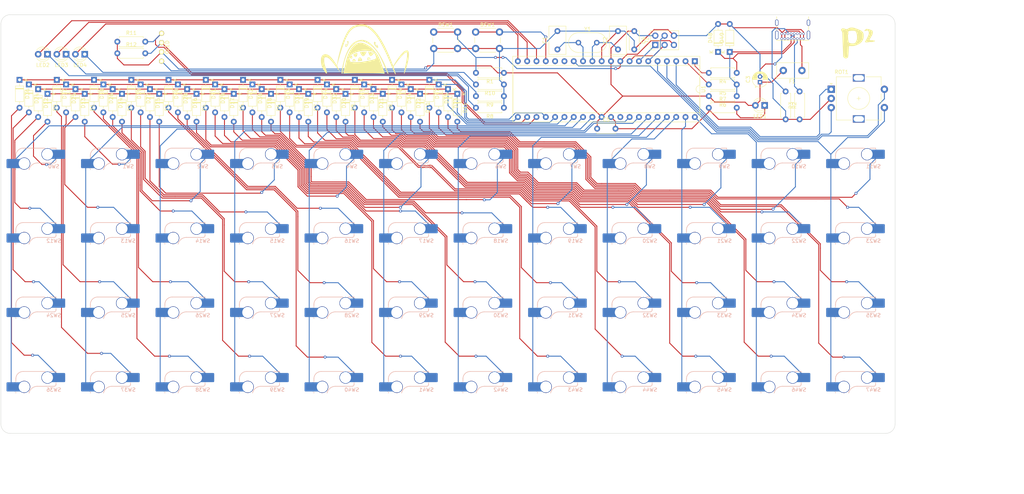
<source format=kicad_pcb>
(kicad_pcb (version 20211014) (generator pcbnew)
  (layers (0 "F.Cu" signal) (31 "B.Cu" signal) (34 "B.Paste" user) (35 "F.Paste" user) (36 "B.SilkS" user "B.Silkscreen") (37 "F.SilkS" user "F.Silkscreen") (38 "B.Mask" user) (39 "F.Mask" user) (44 "Edge.Cuts" user))
  (net 0 "")
  (net 1 "BOOT")
  (net 2 "GND")
  (net 3 "VCC")
  (net 4 "ROW1")
  (net 5 "Net-(D0-Pad2)")
  (net 6 "Net-(D1-Pad2)")
  (net 7 "Net-(D2-Pad2)")
  (net 8 "Net-(D3-Pad2)")
  (net 9 "Net-(D4-Pad2)")
  (net 10 "Net-(D5-Pad2)")
  (net 11 "Net-(D6-Pad2)")
  (net 12 "Net-(D7-Pad2)")
  (net 13 "Net-(D8-Pad2)")
  (net 14 "Net-(D9-Pad2)")
  (net 15 "Net-(D10-Pad2)")
  (net 16 "Net-(D11-Pad2)")
  (net 17 "ROW2")
  (net 18 "Net-(D12-Pad2)")
  (net 19 "Net-(D13-Pad2)")
  (net 20 "Net-(D14-Pad2)")
  (net 21 "Net-(D15-Pad2)")
  (net 22 "Net-(D16-Pad2)")
  (net 23 "Net-(D17-Pad2)")
  (net 24 "Net-(D18-Pad2)")
  (net 25 "Net-(D19-Pad2)")
  (net 26 "Net-(D20-Pad2)")
  (net 27 "Net-(D21-Pad2)")
  (net 28 "Net-(D22-Pad2)")
  (net 29 "Net-(D23-Pad2)")
  (net 30 "ROW3")
  (net 31 "Net-(D24-Pad2)")
  (net 32 "Net-(D25-Pad2)")
  (net 33 "Net-(D26-Pad2)")
  (net 34 "Net-(D27-Pad2)")
  (net 35 "Net-(D28-Pad2)")
  (net 36 "Net-(D29-Pad2)")
  (net 37 "Net-(D30-Pad2)")
  (net 38 "Net-(D31-Pad2)")
  (net 39 "Net-(D32-Pad2)")
  (net 40 "Net-(D33-Pad2)")
  (net 41 "Net-(D34-Pad2)")
  (net 42 "Net-(D35-Pad2)")
  (net 43 "ROW4")
  (net 44 "Net-(D36-Pad2)")
  (net 45 "Net-(D37-Pad2)")
  (net 46 "Net-(D38-Pad2)")
  (net 47 "Net-(D39-Pad2)")
  (net 48 "Net-(D40-Pad2)")
  (net 49 "Net-(D41-Pad2)")
  (net 50 "Net-(D42-Pad2)")
  (net 51 "Net-(D43-Pad2)")
  (net 52 "Net-(D44-Pad2)")
  (net 53 "Net-(D45-Pad2)")
  (net 54 "Net-(D46-Pad2)")
  (net 55 "Net-(D47-Pad2)")
  (net 56 "MISO")
  (net 57 "SCK")
  (net 58 "MOSI")
  (net 59 "RESET")
  (net 60 "Net-(J2-PadA5)")
  (net 62 "Net-(J2-PadB5)")
  (net 64 "Net-(LED1-Pad1)")
  (net 65 "Net-(LED2-Pad1)")
  (net 66 "IND1")
  (net 67 "Net-(LED3-Pad1)")
  (net 68 "IND2")
  (net 69 "Net-(LED4-Pad1)")
  (net 70 "IND3")
  (net 71 "SDA")
  (net 72 "SCL")
  (net 73 "D+")
  (net 74 "D-")
  (net 75 "ROT_A")
  (net 76 "ROT_B")
  (net 77 "COL11")
  (net 78 "ROW0")
  (net 79 "COL0")
  (net 80 "COL1")
  (net 81 "COL2")
  (net 82 "COL3")
  (net 83 "COL4")
  (net 84 "COL5")
  (net 85 "COL6")
  (net 86 "COL7")
  (net 87 "COL8")
  (net 88 "COL9")
  (net 89 "COL10")
  (net 91 "Net-(C1-Pad1)")
  (net 92 "Net-(C2-Pad1)")
  (net 93 "Net-(D48-Pad1)")
  (net 94 "Net-(D49-Pad1)")
  (net 95 "Net-(F1-Pad1)")
  (footprint "Rotary_Encoder:RotaryEncoder_Alps_EC11E-Switch_Vertical_H20mm" (layer "F.Cu") (at 254.37 50.84)
    (fp_text reference "ROT1")
    (fp_text value "RotaryEncoder")
  )
  (footprint "Package_DIP:DIP-40_W15.24mm_Socket" (layer "F.Cu") (at 217.17 43.18 -90)
    (fp_text reference "U1")
    (fp_text value "ATmega32A-P")
  )
  (footprint "Diode_THT:D_DO-35_SOD27_P7.62mm_Horizontal" (layer "F.Cu") (at 226.695 40.64 90)
    (fp_text reference "D49")
    (fp_text value "3.6V")
  )
  (footprint "plondo:blahaj" (layer "F.Cu") (at 127 40.64)
    (fp_text reference "G***" hide)
    (fp_text value "LOGO" hide)
  )
  (footprint "Diode_THT:D_DO-35_SOD27_P7.62mm_Horizontal" (layer "F.Cu") (at 50.8 52.07 -90)
    (fp_text reference "D1")
    (fp_text value "1N4148")
  )
  (footprint "Diode_THT:D_DO-35_SOD27_P7.62mm_Horizontal" (layer "F.Cu") (at 38.1 50.8 -90)
    (fp_text reference "D12")
    (fp_text value "1N4148")
  )
  (footprint "Diode_THT:D_DO-35_SOD27_P7.62mm_Horizontal" (layer "F.Cu") (at 132.08 52.07 -90)
    (fp_text reference "D9")
    (fp_text value "1N4148")
  )
  (footprint "Diode_THT:D_DO-35_SOD27_P7.62mm_Horizontal" (layer "F.Cu") (at 119.38 50.8 -90)
    (fp_text reference "D20")
    (fp_text value "1N4148")
  )
  (footprint "Diode_THT:D_DO-35_SOD27_P7.62mm_Horizontal" (layer "F.Cu") (at 152.4 52.07 -90)
    (fp_text reference "D11")
    (fp_text value "1N4148")
  )
  (footprint "LED_THT:LED_D3.0mm" (layer "F.Cu") (at 40.64 41.275 180)
    (fp_text reference "LED2")
    (fp_text value "IND_LED1")
  )
  (footprint "Diode_THT:D_DO-35_SOD27_P7.62mm_Horizontal" (layer "F.Cu") (at 139.7 50.8 -90)
    (fp_text reference "D22")
    (fp_text value "1N4148")
  )
  (footprint "Diode_THT:D_DO-35_SOD27_P7.62mm_Horizontal" (layer "F.Cu") (at 127 49.53 -90)
    (fp_text reference "D33")
    (fp_text value "1N4148")
  )
  (footprint "Capacitor_THT:C_Disc_D5.0mm_W2.5mm_P5.00mm" (layer "F.Cu") (at 190.54 61.595)
    (fp_text reference "C5")
    (fp_text value "0.1u")
  )
  (footprint "Diode_THT:D_DO-35_SOD27_P7.62mm_Horizontal" (layer "F.Cu") (at 83.82 48.26 -90)
    (fp_text reference "D41")
    (fp_text value "1N4148")
  )
  (footprint "Button_Switch_THT:SW_PUSH_6mm_H4.3mm" (layer "F.Cu") (at 157.405 35.215)
    (fp_text reference "BSW1")
    (fp_text value "SW_BOOT")
  )
  (footprint "Diode_THT:D_DO-35_SOD27_P7.62mm_Horizontal" (layer "F.Cu") (at 101.6 52.07 -90)
    (fp_text reference "D6")
    (fp_text value "1N4148")
  )
  (footprint "agg:USB4085" (layer "F.Cu") (at 243.84 37.02 180)
    (fp_text reference "J2")
    (fp_text value "USB4085")
  )
  (footprint "Diode_THT:D_DO-35_SOD27_P7.62mm_Horizontal" (layer "F.Cu") (at 35.56 49.53 -90)
    (fp_text reference "D24")
    (fp_text value "1N4148")
  )
  (footprint "Diode_THT:D_DO-35_SOD27_P7.62mm_Horizontal" (layer "F.Cu") (at 93.98 48.26 -90)
    (fp_text reference "D42")
    (fp_text value "1N4148")
  )
  (footprint "Diode_THT:D_DO-35_SOD27_P7.62mm_Horizontal" (layer "F.Cu") (at 73.66 48.26 -90)
    (fp_text reference "D40")
    (fp_text value "1N4148")
  )
  (footprint "LED_THT:LED_D3.0mm" (layer "F.Cu") (at 236.22 55.245 180)
    (fp_text reference "LED1")
    (fp_text value "PWR_LED")
  )
  (footprint "Diode_THT:D_DO-35_SOD27_P7.62mm_Horizontal" (layer "F.Cu") (at 86.36 49.53 -90)
    (fp_text reference "D29")
    (fp_text value "1N4148")
  )
  (footprint "Capacitor_THT:C_Disc_D5.0mm_W2.5mm_P5.00mm" (layer "F.Cu") (at 200.66 34.965 -90)
    (fp_text reference "C4")
    (fp_text value "0.1u")
  )
  (footprint "Resistor_THT:R_Axial_DIN0207_L6.3mm_D2.5mm_P7.62mm_Horizontal" (layer "F.Cu") (at 59.69 37.846)
    (fp_text reference "R11")
    (fp_text value "10k")
  )
  (footprint "Diode_THT:D_DO-35_SOD27_P7.62mm_Horizontal" (layer "F.Cu") (at 137.16 49.53 -90)
    (fp_text reference "D34")
    (fp_text value "1N4148")
  )
  (footprint "Diode_THT:D_DO-35_SOD27_P7.62mm_Horizontal" (layer "F.Cu") (at 109.22 50.8 -90)
    (fp_text reference "D19")
    (fp_text value "1N4148")
  )
  (footprint "kbd:spacer_m2" (layer "F.Cu") (at 48.26 83.82)
    (fp_text reference "Ref**" hide)
    (fp_text value "Val**" hide)
  )
  (footprint "Diode_THT:D_DO-35_SOD27_P7.62mm_Horizontal" (layer "F.Cu") (at 66.04 49.53 -90)
    (fp_text reference "D27")
    (fp_text value "1N4148")
  )
  (footprint "Resistor_THT:R_Axial_DIN0207_L6.3mm_D2.5mm_P7.62mm_Horizontal" (layer "F.Cu") (at 241.935 51.435 -90)
    (fp_text reference "R2")
    (fp_text value "5.1k")
  )
  (footprint "kbd:spacer_m2" (layer "F.Cu") (at 251.46 83.82)
    (fp_text reference "Ref**" hide)
    (fp_text value "Val**" hide)
  )
  (footprint "plondo:plondo" (layer "F.Cu") (at 261.62 38.1)
    (fp_text reference "G***" hide)
    (fp_text value "LOGO" hide)
  )
  (footprint "Resistor_THT:R_Axial_DIN0207_L6.3mm_D2.5mm_P7.62mm_Horizontal" (layer "F.Cu") (at 165.1 52.705 180)
    (fp_text reference "R9")
    (fp_text value "1.5k")
  )
  (footprint "Diode_THT:D_DO-35_SOD27_P7.62mm_Horizontal" (layer "F.Cu") (at 129.54 50.8 -90)
    (fp_text reference "D21")
    (fp_text value "1N4148")
  )
  (footprint "Diode_THT:D_DO-35_SOD27_P7.62mm_Horizontal" (layer "F.Cu") (at 144.78 48.26 -90)
    (fp_text reference "D47")
    (fp_text value "1N4148")
  )
  (footprint "Diode_THT:D_DO-35_SOD27_P7.62mm_Horizontal" (layer "F.Cu") (at 116.84 49.53 -90)
    (fp_text reference "D32")
    (fp_text value "1N4148")
  )
  (footprint "Button_Switch_THT:SW_PUSH_6mm_H4.3mm" (layer "F.Cu") (at 145.975 35.215)
    (fp_text reference "RSW1")
    (fp_text value "SW_RESET")
  )
  (footprint "Diode_THT:D_DO-35_SOD27_P7.62mm_Horizontal" (layer "F.Cu") (at 142.24 52.07 -90)
    (fp_text reference "D10")
    (fp_text value "1N4148")
  )
  (footprint "Diode_THT:D_DO-35_SOD27_P7.62mm_Horizontal" (layer "F.Cu") (at 76.2 49.53 -90)
    (fp_text reference "D28")
    (fp_text value "1N4148")
  )
  (footprint "Diode_THT:D_DO-35_SOD27_P7.62mm_Horizontal" (layer "F.Cu") (at 223.52 40.64 90)
    (fp_text reference "D48")
    (fp_text value "3.6V")
  )
  (footprint "Diode_THT:D_DO-35_SOD27_P7.62mm_Horizontal" (layer "F.Cu") (at 96.52 49.53 -90)
    (fp_text reference "D30")
    (fp_text value "1N4148")
  )
  (footprint "Diode_THT:D_DO-35_SOD27_P7.62mm_Horizontal" (layer "F.Cu") (at 33.02 48.26 -90)
    (fp_text reference "D36")
    (fp_text value "1N4148")
  )
  (footprint "kbd:spacer_m2" (layer "F.Cu") (at 251.46 124.46)
    (fp_text reference "Ref**" hide)
    (fp_text value "Val**" hide)
  )
  (footprint "Diode_THT:D_DO-35_SOD27_P7.62mm_Horizontal" (layer "F.Cu") (at 45.72 49.53 -90)
    (fp_text reference "D25")
    (fp_text value "1N4148")
  )
  (footprint "Resistor_THT:R_Axial_DIN0207_L6.3mm_D2.5mm_P7.62mm_Horizontal" (layer "F.Cu") (at 165.1 46.355 180)
    (fp_text reference "R1")
    (fp_text value "10k")
  )
  (footprint "Resistor_THT:R_Axial_DIN0207_L6.3mm_D2.5mm_P7.62mm_Horizontal" (layer "F.Cu") (at 245.745 59.055 90)
    (fp_text reference "R3")
    (fp_text value "5.1k")
  )
  (footprint "Diode_THT:D_DO-35_SOD27_P7.62mm_Horizontal" (layer "F.Cu") (at 43.18 48.26 -90)
    (fp_text reference "D37")
    (fp_text value "1N4148")
  )
  (footprint "kbd:spacer_m2" (layer "F.Cu") (at 48.26 124.46)
    (fp_text reference "Ref**" hide)
    (fp_text value "Val**" hide)
  )
  (footprint "Resistor_THT:R_Axial_DIN0207_L6.3mm_D2.5mm_P7.62mm_Horizontal" (layer "F.Cu") (at 220.98 55.88)
    (fp_text reference "R7")
    (fp_text value "1.5k")
  )
  (footprint "LED_THT:LED_D3.0mm" (layer "F.Cu") (at 50.8 41.275 180)
    (fp_text reference "LED4")
    (fp_text value "IND_LED3")
  )
  (footprint "Resistor_THT:R_Axial_DIN0207_L6.3mm_D2.5mm_P7.62mm_Horizontal" (layer "F.Cu") (at 59.69 41.021)
    (fp_text reference "R12")
    (fp_text value "10k")
  )
  (footprint "Capacitor_THT:C_Disc_D7.5mm_W4.4mm_P5.00mm" (layer "F.Cu") (at 196.215 39.965 90)
    (fp_text reference "C2")
    (fp_text value "20p")
  )
  (footprint "Diode_THT:D_DO-35_SOD27_P7.62mm_Horizontal" (layer "F.Cu") (at 124.46 48.26 -90)
    (fp_text reference "D45")
    (fp_text value "1N4148")
  )
  (footprint "Crystal:Resonator-2Pin_W10.0mm_H5.0mm" (layer "F.Cu") (at 185.425 38.105)
    (fp_text reference "Y1")
    (fp_text value "16MHz")
  )
  (footprint "LED_THT:LED_D3.0mm" (layer "F.Cu") (at 45.72 41.275 180)
    (fp_text reference "LED3")
    (fp_text value "IND_LED2")
  )
  (footprint "Capacitor_THT:CP_Radial_D4.0mm_P1.50mm" (layer "F.Cu") (at 234.95 48.895 90)
    (fp_text reference "C3")
    (fp_text value "4.7u")
  )
  (footprint "Resistor_THT:R_Axial_DIN0207_L6.3mm_D2.5mm_P7.62mm_Horizontal" (layer "F.Cu") (at 165.1 55.88 180)
    (fp_text reference "R8")
    (fp_text value "1.5k")
  )
  (footprint "Diode_THT:D_DO-35_SOD27_P7.62mm_Horizontal" (layer "F.Cu") (at 81.28 52.07 -90)
    (fp_text reference "D4")
    (fp_text value "1N4148")
  )
  (footprint "Diode_THT:D_DO-35_SOD27_P7.62mm_Horizontal" (layer "F.Cu") (at 88.9 50.8 -90)
    (fp_text reference "D17")
    (fp_text value "1N4148")
  )
  (footprint "Resistor_THT:R_Axial_DIN0207_L6.3mm_D2.5mm_P7.62mm_Horizontal" (layer "F.Cu") (at 165.1 49.53 180)
    (fp_text reference "R10")
    (fp_text value "1.5k")
  )
  (footprint "Diode_THT:D_DO-35_SOD27_P7.62mm_Horizontal" (layer "F.Cu") (at 111.76 52.07 -90)
    (fp_text reference "D7")
    (fp_text value "1N4148")
  )
  (footprint "Resistor_THT:R_Axial_DIN0207_L6.3mm_D2.5mm_P7.62mm_Horizontal" (layer "F.Cu") (at 228.6 46.355 180)
    (fp_text reference "R4")
    (fp_text value "75")
  )
  (footprint "Diode_THT:D_DO-35_SOD27_P7.62mm_Horizontal" (layer "F.Cu") (at 63.5 48.26 -90)
    (fp_text reference "D39")
    (fp_text value "1N4148")
  )
  (footprint "Diode_THT:D_DO-35_SOD27_P7.62mm_Horizontal" (layer "F.Cu") (at 78.74 50.8 -90)
    (fp_text reference "D16")
    (fp_text value "1N4148")
  )
  (footprint "Fuse:Fuse_Littelfuse_395Series" (layer "F.Cu") (at 246.38 45.72 180)
    (fp_text reference "F1")
    (fp_text value "500mA")
  )
  (footprint "Capacitor_THT:C_Disc_D7.5mm_W4.4mm_P5.00mm" (layer "F.Cu") (at 179.705 39.965 90)
    (fp_text reference "C1")
    (fp_text value "20p")
  )
  (footprint "kbd:OLED_v2" (layer "F.Cu") (at 71.755 39.37 -90)
    (fp_text reference "OL1")
    (fp_text value "OLED" hide)
  )
  (footprint "Diode_THT:D_DO-35_SOD27_P7.62mm_Horizontal" (layer "F.Cu") (at 104.14 48.26 -90)
    (fp_text reference "D43")
    (fp_text value "1N4148")
  )
  (footprint "Diode_THT:D_DO-35_SOD27_P7.62mm_Horizontal" (layer "F.Cu") (at 53.34 48.26 -90)
    (fp_text reference "D38")
    (fp_text value "1N4148")
  )
  (footprint "Diode_THT:D_DO-35_SOD27_P7.62mm_Horizontal" (layer "F.Cu") (at 114.3 48.26 -90)
    (fp_text reference "D44")
    (fp_text value "1N4148")
  )
  (footprint "Diode_THT:D_DO-35_SOD27_P7.62mm_Horizontal" (layer "F.Cu") (at 99.06 50.8 -90)
    (fp_text reference "D18")
    (fp_text value "1N4148")
  )
  (footprint "Diode_THT:D_DO-35_SOD27_P7.62mm_Horizontal" (layer "F.Cu") (at 55.88 49.53 -90)
    (fp_text reference "D26")
    (fp_text value "1N4148")
  )
  (footprint "Diode_THT:D_DO-35_SOD27_P7.62mm_Horizontal" (layer "F.Cu") (at 91.44 52.07 -90)
    (fp_text reference "D5")
    (fp_text value "1N4148")
  )
  (footprint "Diode_THT:D_DO-35_SOD27_P7.62mm_Horizontal" (layer "F.Cu") (at 58.42 50.8 -90)
    (fp_text reference "D14")
    (fp_text value "1N4148")
  )
  (footprint "Diode_THT:D_DO-35_SOD27_P7.62mm_Horizontal" (layer "F.Cu") (at 106.68 49.53 -90)
    (fp_text reference "D31")
    (fp_text value "1N4148")
  )
  (footprint "Diode_THT:D_DO-35_SOD27_P7.62mm_Horizontal" (layer "F.Cu") (at 71.12 52.07 -90)
    (fp_text reference "D3")
    (fp_text value "1N4148")
  )
  (footprint "Resistor_THT:R_Axial_DIN0207_L6.3mm_D2.5mm_P7.62mm_Horizontal" (layer "F.Cu") (at 228.6 49.535 180)
    (fp_text reference "R5")
    (fp_text value "75")
  )
  (footprint "Diode_THT:D_DO-35_SOD27_P7.62mm_Horizontal" (layer "F.Cu") (at 147.32 49.53 -90)
    (fp_text reference "D35")
    (fp_text value "1N4148")
  )
  (footprint "Diode_THT:D_DO-35_SOD27_P7.62mm_Horizontal" (layer "F.Cu") (at 121.92 52.07 -90)
    (fp_text reference "D8")
    (fp_text value "1N4148")
  )
  (footprint "Connector_PinHeader_2.54mm:PinHeader_2x03_P2.54mm_Vertical" (layer "F.Cu") (at 206.39 38.74 90)
    (fp_text reference "J1")
    (fp_text value "AVR ISP")
  )
  (footprint "Resistor_THT:R_Axial_DIN0207_L6.3mm_D2.5mm_P7.62mm_Horizontal" (layer "F.Cu") (at 228.6 52.705 180)
    (fp_text reference "R6")
    (fp_text value "1.5k")
  )
  (footprint "Diode_THT:D_DO-35_SOD27_P7.62mm_Horizontal" (layer "F.Cu") (at 134.62 48.26 -90)
    (fp_text reference "D46")
    (fp_text value "1N4148")
  )
  (footprint "Diode_THT:D_DO-35_SOD27_P7.62mm_Horizontal" (layer "F.Cu") (at 60.96 52.07 -90)
    (fp_text reference "D2")
    (fp_text value "1N4148")
  )
  (footprint "Diode_THT:D_DO-35_SOD27_P7.62mm_Horizontal" (layer "F.Cu") (at 40.64 52.07 -90)
    (fp_text reference "D0")
    (fp_text value "1N4148")
  )
  (footprint "Diode_THT:D_DO-35_SOD27_P7.62mm_Horizontal" (layer "F.Cu") (at 68.58 50.8 -90)
    (fp_text reference "D15")
    (fp_text value "1N4148")
  )
  (footprint "Diode_THT:D_DO-35_SOD27_P7.62mm_Horizontal" (layer "F.Cu") (at 48.26 50.8 -90)
    (fp_text reference "D13")
    (fp_text value "1N4148")
  )
  (footprint "Diode_THT:D_DO-35_SOD27_P7.62mm_Horizontal" (layer "F.Cu") (at 149.86 50.8 -90)
    (fp_text reference "D23")
    (fp_text value "1N4148")
  )
  (footprint "marbastlib-mx:SW_MX_HS_1u" (layer "B.Cu") (at 200.66 93.98 180)
    (fp_text reference "SW20")
    (fp_text value "MX_SW_HS" hide)
  )
  (footprint "marbastlib-mx:SW_MX_HS_1u" (layer "B.Cu") (at 160.02 114.3 180)
    (fp_text reference "SW30")
    (fp_text value "MX_SW_HS" hide)
  )
  (footprint "marbastlib-mx:SW_MX_HS_1u" (layer "B.Cu") (at 261.62 93.98 180)
    (fp_text reference "SW23")
    (fp_text value "MX_SW_HS" hide)
  )
  (footprint "marbastlib-mx:SW_MX_HS_1u" (layer "B.Cu") (at 78.74 134.62 180)
    (fp_text reference "SW38")
    (fp_text value "MX_SW_HS" hide)
  )
  (footprint "marbastlib-mx:SW_MX_HS_1u" (layer "B.Cu") (at 241.3 114.3 180)
    (fp_text reference "SW34")
    (fp_text value "MX_SW_HS" hide)
  )
  (footprint "marbastlib-mx:SW_MX_HS_1u" (layer "B.Cu") (at 58.42 93.98 180)
    (fp_text reference "SW13")
    (fp_text value "MX_SW_HS" hide)
  )
  (footprint "marbastlib-mx:SW_MX_HS_1u" (layer "B.Cu") (at 99.06 93.98 180)
    (fp_text reference "SW15")
    (fp_text value "MX_SW_HS" hide)
  )
  (footprint "marbastlib-mx:SW_MX_HS_1u" (layer "B.Cu") (at 38.1 134.62 180)
    (fp_text reference "SW36")
    (fp_text value "MX_SW_HS" hide)
  )
  (footprint "marbastlib-mx:SW_MX_HS_1u" (layer "B.Cu") (at 160.02 73.66 180)
    (fp_text reference "SW6")
    (fp_text value "MX_SW_HS" hide)
  )
  (footprint "marbastlib-mx:SW_MX_HS_1u" (layer "B.Cu") (at 119.38 134.62 180)
    (fp_text reference "SW40")
    (fp_text value "MX_SW_HS" hide)
  )
  (footprint "marbastlib-mx:SW_MX_HS_1u" (layer "B.Cu") (at 200.66 134.62 180)
    (fp_text reference "SW44")
    (fp_text value "MX_SW_HS" hide)
  )
  (footprint "marbastlib-mx:SW_MX_HS_1u" (layer "B.Cu") (at 139.7 134.62 180)
    (fp_text reference "SW41")
    (fp_text value "MX_SW_HS" hide)
  )
  (footprint "marbastlib-mx:SW_MX_HS_1u" (layer "B.Cu") (at 58.42 134.62 180)
    (fp_text reference "SW37")
    (fp_text value "MX_SW_HS" hide)
  )
  (footprint "marbastlib-mx:SW_MX_HS_1u" (layer "B.Cu") (at 119.38 73.66 180)
    (fp_text reference "SW4")
    (fp_text value "MX_SW_HS" hide)
  )
  (footprint "marbastlib-mx:SW_MX_HS_1u" (layer "B.Cu") (at 119.38 114.3 180)
    (fp_text reference "SW28")
    (fp_text value "MX_SW_HS" hide)
  )
  (footprint "marbastlib-mx:SW_MX_HS_1u" (layer "B.Cu") (at 78.74 114.3 180)
    (fp_text reference "SW26")
    (fp_text value "MX_SW_HS" hide)
  )
  (footprint "marbastlib-mx:SW_MX_HS_1u" (layer "B.Cu") (at 99.06 73.66 180)
    (fp_text reference "SW3")
    (fp_text value "MX_SW_HS" hide)
  )
  (footprint "marbastlib-mx:SW_MX_HS_1u" (layer "B.Cu") (at 241.3 93.98 180)
    (fp_text reference "SW22")
    (fp_text value "MX_SW_HS" hide)
  )
  (footprint "marbastlib-mx:SW_MX_HS_1u" (layer "B.Cu") (at 78.74 73.66 180)
    (fp_text reference "SW2")
    (fp_text value "MX_SW_HS" hide)
  )
  (footprint "marbastlib-mx:SW_MX_HS_1u" (layer "B.Cu") (at 241.3 134.62 180)
    (fp_text reference "SW46")
    (fp_text value "MX_SW_HS" hide)
  )
  (footprint "marbastlib-mx:SW_MX_HS_1u" (layer "B.Cu") (at 38.1 73.66 180)
    (fp_text reference "SW0")
    (fp_text value "MX_SW_HS" hide)
  )
  (footprint "marbastlib-mx:SW_MX_HS_1u" (layer "B.Cu") (at 38.1 114.3 180)
    (fp_text reference "SW24")
    (fp_text value "MX_SW_HS" hide)
  )
  (footprint "marbastlib-mx:SW_MX_HS_1u" (layer "B.Cu") (at 220.98 93.98 180)
    (fp_text reference "SW21")
    (fp_text value "MX_SW_HS" hide)
  )
  (footprint "marbastlib-mx:SW_MX_HS_1u" (layer "B.Cu") (at 139.7 114.3 180)
    (fp_text reference "SW29")
    (fp_text value "MX_SW_HS" hide)
  )
  (footprint "marbastlib-mx:SW_MX_HS_1u" (layer "B.Cu") (at 58.42 73.66 180)
    (fp_text reference "SW1")
    (fp_text value "MX_SW_HS" hide)
  )
  (footprint "marbastlib-mx:SW_MX_HS_1u" (layer "B.Cu") (at 180.34 73.66 180)
    (fp_text reference "SW7")
    (fp_text value "MX_SW_HS" hide)
  )
  (footprint "marbastlib-mx:SW_MX_HS_1u" (layer "B.Cu") (at 261.62 73.66 180)
    (fp_text reference "SW11")
    (fp_text value "MX_SW_HS" hide)
  )
  (footprint "marbastlib-mx:SW_MX_HS_1u" (layer "B.Cu") (at 261.62 114.3 180)
    (fp_text reference "SW35")
    (fp_text value "MX_SW_HS" hide)
  )
  (footprint "marbastlib-mx:SW_MX_HS_1u" (layer "B.Cu") (at 119.38 93.98 180)
    (fp_text reference "SW16")
    (fp_text value "MX_SW_HS" hide)
  )
  (footprint "marbastlib-mx:SW_MX_HS_1u" (layer "B.Cu") (at 200.66 114.3 180)
    (fp_text reference "SW32")
    (fp_text value "MX_SW_HS" hide)
  )
  (footprint "marbastlib-mx:SW_MX_HS_1u" (layer "B.Cu") (at 160.02 93.98 180)
    (fp_text reference "SW18")
    (fp_text value "MX_SW_HS" hide)
  )
  (footprint "marbastlib-mx:SW_MX_HS_1u" (layer "B.Cu") (at 139.7 73.66 180)
    (fp_text reference "SW5")
    (fp_text value "MX_SW_HS" hide)
  )
  (footprint "marbastlib-mx:SW_MX_HS_1u" (layer "B.Cu") (at 261.62 134.62 180)
    (fp_text reference "SW47")
    (fp_text value "MX_SW_HS" hide)
  )
  (footprint "marbastlib-mx:SW_MX_HS_1u" (layer "B.Cu") (at 160.02 134.62 180)
    (fp_text reference "SW42")
    (fp_text value "MX_SW_HS" hide)
  )
  (footprint "marbastlib-mx:SW_MX_HS_1u" (layer "B.Cu") (at 241.3 73.66 180)
    (fp_text reference "SW10")
    (fp_text value "MX_SW_HS" hide)
  )
  (footprint "marbastlib-mx:SW_MX_HS_1u" (layer "B.Cu") (at 180.34 93.98 180)
    (fp_text reference "SW19")
    (fp_text value "MX_SW_HS" hide)
  )
  (footprint "marbastlib-mx:SW_MX_HS_1u" (layer "B.Cu") (at 58.42 114.3 180)
    (fp_text reference "SW25")
    (fp_text value "MX_SW_HS" hide)
  )
  (footprint "marbastlib-mx:SW_MX_HS_1u" (layer "B.Cu") (at 220.98 73.66 180)
    (fp_text reference "SW9")
    (fp_text value "MX_SW_HS" hide)
  )
  (footprint "marbastlib-mx:SW_MX_HS_1u" (layer "B.Cu") (at 200.66 73.66 180)
    (fp_text reference "SW8")
    (fp_text value "MX_SW_HS" hide)
  )
  (footprint "marbastlib-mx:SW_MX_HS_1u" (layer "B.Cu") (at 38.1 93.98 180)
    (fp_text reference "SW12")
    (fp_text value "MX_SW_HS" hide)
  )
  (footprint "marbastlib-mx:SW_MX_HS_1u" (layer "B.Cu") (at 139.7 93.98 180)
    (fp_text reference "SW17")
    (fp_text value "MX_SW_HS" hide)
  )
  (footprint "marbastlib-mx:SW_MX_HS_1u" (layer "B.Cu") (at 220.98 114.3 180)
    (fp_text reference "SW33")
    (fp_text value "MX_SW_HS" hide)
  )
  (footprint "marbastlib-mx:SW_MX_HS_1u" (layer "B.Cu") (at 99.06 134.62 180)
    (fp_text reference "SW39")
    (fp_text value "MX_SW_HS" hide)
  )
  (footprint "marbastlib-mx:SW_MX_HS_1u" (layer "B.Cu") (at 220.98 134.62 180)
    (fp_text reference "SW45")
    (fp_text value "MX_SW_HS" hide)
  )
  (footprint "marbastlib-mx:SW_MX_HS_1u" (layer "B.Cu") (at 180.34 134.62 180)
    (fp_text reference "SW43")
    (fp_text value "MX_SW_HS" hide)
  )
  (footprint "marbastlib-mx:SW_MX_HS_1u" (layer "B.Cu") (at 99.06 114.3 180)
    (fp_text reference "SW27")
    (fp_text value "MX_SW_HS" hide)
  )
  (footprint "marbastlib-mx:SW_MX_HS_1u" (layer "B.Cu") (at 78.74 93.98 180)
    (fp_text reference "SW14")
    (fp_text value "MX_SW_HS" hide)
  )
  (footprint "marbastlib-mx:SW_MX_HS_1u" (layer "B.Cu") (at 180.34 114.3 180)
    (fp_text reference "SW31")
    (fp_text value "MX_SW_HS" hide)
  )
  (gr_arc (start 271.78 142.24) (mid 271.036051 144.036051) (end 269.24 144.78) (layer "Edge.Cuts") (width 0.1))
  (gr_line (start 269.24 144.78) (end 30.48 144.78) (layer "Edge.Cuts") (width 0.1))
  (gr_line (start 30.48 30.48) (end 269.24 30.48) (layer "Edge.Cuts") (width 0.1))
  (gr_arc (start 27.94 33.02) (mid 28.683949 31.223949) (end 30.48 30.48) (layer "Edge.Cuts") (width 0.1))
  (gr_arc (start 30.48 144.78) (mid 28.683949 144.036051) (end 27.94 142.24) (layer "Edge.Cuts") (width 0.1))
  (gr_arc (start 269.24 30.48) (mid 271.036051 31.223949) (end 271.78 33.02) (layer "Edge.Cuts") (width 0.1))
  (gr_line (start 27.94 142.24) (end 27.94 33.02) (layer "Edge.Cuts") (width 0.1))
  (gr_line (start 271.78 33.02) (end 271.78 142.24) (layer "Edge.Cuts") (width 0.1))
  (segment (start 157.405 35.215) (end 163.905 35.215) (width 0.25) (layer "F.Cu") (net 1))
  (segment (start 176.53 43.18) (end 176.53 36.576) (width 0.25) (layer "F.Cu") (net 1))
  (via (at 176.53 36.576) (size 0.8) (drill 0.4) (layers "F.Cu" "B.Cu") (net 1))
  (segment (start 176.53 36.576) (end 175.169 35.215) (width 0.25) (layer "B.Cu") (net 1))
  (segment (start 175.169 35.215) (end 163.905 35.215) (width 0.25) (layer "B.Cu") (net 1))
  (segment (start 240.865 35.210381) (end 239.690619 34.036) (width 0.25) (layer "F.Cu") (net 2))
  (segment (start 241.808 34.544) (end 240.865 35.487) (width 0.25) (layer "F.Cu") (net 2))
  (segment (start 226.695 33.02) (end 223.52 33.02) (width 0.25) (layer "F.Cu") (net 2))
  (segment (start 206.061443 34.563557) (end 200.66 39.965) (width 0.25) (layer "F.Cu") (net 2))
  (segment (start 211.47 36.2) (end 209.833557 34.563557) (width 0.25) (layer "F.Cu") (net 2))
  (segment (start 246.126 34.544) (end 241.808 34.544) (width 0.25) (layer "F.Cu") (net 2))
  (segment (start 241.935 59.055) (end 223.647 59.055) (width 0.25) (layer "F.Cu") (net 2))
  (segment (start 145.975 39.715) (end 163.905 39.715) (width 0.25) (layer "F.Cu") (net 2))
  (segment (start 196.215 34.965) (end 191.77 39.41) (width 0.25) (layer "F.Cu") (net 2))
  (segment (start 191.77 39.41) (end 191.77 43.18) (width 0.25) (layer "F.Cu") (net 2))
  (segment (start 240.865 35.67) (end 240.865 37.02) (width 0.25) (layer "F.Cu") (net 2))
  (segment (start 246.815 35.67) (end 246.815 37.02) (width 0.25) (layer "F.Cu") (net 2))
  (segment (start 239.690619 34.036) (end 227.711 34.036) (width 0.25) (layer "F.Cu") (net 2))
  (segment (start 254.37 53.34) (end 248.655 59.055) (width 0.25) (layer "F.Cu") (net 2))
  (segment (start 216.39637 61.595) (end 195.54 61.595) (width 0.25) (layer "F.Cu") (net 2))
  (segment (start 223.647 59.055) (end 221.234 56.642) (width 0.25) (layer "F.Cu") (net 2))
  (segment (start 246.815 35.67) (end 246.815 35.233) (width 0.25) (layer "F.Cu") (net 2))
  (segment (start 240.865 35.487) (end 240.865 35.67) (width 0.25) (layer "F.Cu") (net 2))
  (segment (start 195.54 59.65) (end 194.31 58.42) (width 0.25) (layer "F.Cu") (net 2))
  (segment (start 248.655 59.055) (end 245.745 59.055) (width 0.25) (layer "F.Cu") (net 2))
  (segment (start 200.66 39.41) (end 200.66 39.965) (width 0.25) (layer "F.Cu") (net 2))
  (segment (start 220.98 55.88) (end 220.98 57.01137) (width 0.25) (layer "F.Cu") (net 2))
  (segment (start 245.745 59.055) (end 241.935 59.055) (width 0.25) (layer "F.Cu") (net 2))
  (segment (start 195.54 61.595) (end 195.54 59.65) (width 0.25) (layer "F.Cu") (net 2))
  (segment (start 239.014 43.942) (end 236.474 43.942) (width 0.25) (layer "F.Cu") (net 2))
  (segment (start 236.474 43.942) (end 234.95 45.466) (width 0.25) (layer "F.Cu") (net 2))
  (segment (start 240.865 35.67) (end 240.865 35.210381) (width 0.25) (layer "F.Cu") (net 2))
  (segment (start 246.815 35.233) (end 246.126 34.544) (width 0.25) (layer "F.Cu") (net 2))
  (segment (start 234.95 45.466) (end 234.95 47.395) (width 0.25) (layer "F.Cu") (net 2))
  (segment (start 227.711 34.036) (end 226.695 33.02) (width 0.25) (layer "F.Cu") (net 2))
  (segment (start 220.98 57.01137) (end 216.39637 61.595) (width 0.25) (layer "F.Cu") (net 2))
  (segment (start 209.833557 34.563557) (end 206.061443 34.563557) (width 0.25) (layer "F.Cu") (net 2))
  (via (at 239.014 43.942) (size 0.8) (drill 0.4) (layers "F.Cu" "B.Cu") (net 2))
  (segment (start 238.506 49.276) (end 238.506 53.34) (width 0.25) (layer "B.Cu") (net 2))
  (segment (start 145.975 39.715) (end 145.975 43.821) (width 0.25) (layer "B.Cu") (net 2))
  (segment (start 198.033 34.965) (end 200.66 37.592) (width 0.25) (layer "B.Cu") (net 2))
  (segment (start 240.865 37.02) (end 240.865 42.091) (width 0.25) (layer "B.Cu") (net 2))
  (segment (start 234.95 47.395) (end 234.95 41.275) (width 0.25) (layer "B.Cu") (net 2))
  (segment (start 220.34 36.2) (end 223.52 33.02) (width 0.25) (layer "B.Cu") (net 2))
  (segment (start 163.905 39.715) (end 174.955 39.715) (width 0.25) (layer "B.Cu") (net 2))
  (segment (start 145.975 43.821) (end 144.018 45.778) (width 0.25) (layer "B.Cu") (net 2))
  (segment (start 165.1 55.88) (end 165.1 49.53) (width 0.25) (layer "B.Cu") (net 2))
  (segment (start 196.215 34.965) (end 198.033 34.965) (width 0.25) (layer "B.Cu") (net 2))
  (segment (start 165.1 49.53) (end 163.905 48.335) (width 0.25) (layer "B.Cu") (net 2))
  (segment (start 200.66 37.592) (end 200.66 39.965) (width 0.25) (layer "B.Cu") (net 2))
  (segment (start 234.95 41.275) (end 226.695 33.02) (width 0.25) (layer "B.Cu") (net 2))
  (segment (start 241.935 56.769) (end 241.935 59.055) (width 0.25) (layer "B.Cu") (net 2))
  (segment (start 240.865 42.091) (end 239.014 43.942) (width 0.25) (layer "B.Cu") (net 2))
  (segment (start 74.353 45.778) (end 71.755 43.18) (width 0.25) (layer "B.Cu") (net 2))
  (segment (start 238.506 53.34) (end 241.935 56.769) (width 0.25) (layer "B.Cu") (net 2))
  (segment (start 144.018 45.778) (end 74.353 45.778) (width 0.25) (layer "B.Cu") (net 2))
  (segment (start 196.215 34.965) (end 179.705 34.965) (width 0.25) (layer "B.Cu") (net 2))
  (segment (start 234.95 47.395) (end 236.625 47.395) (width 0.25) (layer "B.Cu") (net 2))
  (segment (start 174.955 39.715) (end 179.705 34.965) (width 0.25) (layer "B.Cu") (net 2))
  (segment (start 211.47 36.2) (end 220.34 36.2) (width 0.25) (layer "B.Cu") (net 2))
  (segment (start 236.625 47.395) (end 238.506 49.276) (width 0.25) (layer "B.Cu") (net 2))
  (segment (start 163.905 48.335) (end 163.905 39.715) (width 0.25) (layer "B.Cu") (net 2))
  (segment (start 61.468 44.196) (end 68.199 44.196) (width 0.25) (layer "F.Cu") (net 3))
  (segment (start 200.66 34.965) (end 198.969 34.965) (width 0.25) (layer "F.Cu") (net 3))
  (segment (start 59.69 37.846) (end 59.69 41.021) (width 0.25) (layer "F.Cu") (net 3))
  (segment (start 68.199 44.196) (end 71.755 40.64) (width 0.25) (layer "F.Cu") (net 3))
  (segment (start 163.449 46.355) (end 165.1 46.355) (width 0.25) (layer "F.Cu") (net 3))
  (segment (start 143.774753 44.996649) (end 144.321402 44.45) (width 0.25) (layer "F.Cu") (net 3))
  (segment (start 222.631 54.356) (end 230.886 54.356) (width 0.25) (layer "F.Cu") (net 3))
  (segment (start 144.321402 44.45) (end 161.544 44.45) (width 0.25) (layer "F.Cu") (net 3))
  (segment (start 230.886 54.356) (end 231.775 55.245) (width 0.25) (layer "F.Cu") (net 3))
  (segment (start 197.485 52.705) (end 194.31 49.53) (width 0.25) (layer "F.Cu") (net 3))
  (segment (start 59.69 42.418) (end 61.468 44.196) (width 0.25) (layer "F.Cu") (net 3))
  (segment (start 220.98 52.705) (end 197.485 52.705) (width 0.25) (layer "F.Cu") (net 3))
  (segment (start 197.485 52.705) (end 191.77 58.42) (width 0.25) (layer "F.Cu") (net 3))
  (segment (start 198.969 34.965) (end 194.31 39.624) (width 0.25) (layer "F.Cu") (net 3))
  (segment (start 194.31 39.624) (end 194.31 43.18) (width 0.25) (layer "F.Cu") (net 3))
  (segment (start 220.98 52.705) (end 222.631 54.356) (width 0.25) (layer "F.Cu") (net 3))
  (segment (start 231.775 55.245) (end 233.68 55.245) (width 0.25) (layer "F.Cu") (net 3))
  (segment (start 190.54 61.595) (end 190.54 59.65) (width 0.25) (layer "F.Cu") (net 3))
  (segment (start 194.31 49.53) (end 194.31 43.18) (width 0.25) (layer "F.Cu") (net 3))
  (segment (start 234.95 48.895) (end 238.115 48.895) (width 0.25) (layer "F.Cu") (net 3))
  (segment (start 238.115 48.895) (end 241.3 45.71) (width 0.25) (layer "F.Cu") (net 3))
  (segment (start 161.544 44.45) (end 163.449 46.355) (width 0.25) (layer "F.Cu") (net 3))
  (segment (start 234.95 53.975) (end 233.68 55.245) (width 0.25) (layer "F.Cu") (net 3))
  (segment (start 59.69 41.021) (end 59.69 42.418) (width 0.25) (layer "F.Cu") (net 3))
  (segment (start 165.1 46.355) (end 179.705 46.355) (width 0.25) (layer "F.Cu") (net 3))
  (segment (start 190.54 59.65) (end 191.77 58.42) (width 0.25) (layer "F.Cu") (net 3))
  (segment (start 234.95 48.895) (end 234.95 53.975) (width 0.25) (layer "F.Cu") (net 3))
  (segment (start 179.705 46.355) (end 191.77 58.42) (width 0.25) (layer "F.Cu") (net 3))
  (via (at 143.774753 44.996649) (size 0.8) (drill 0.4) (layers "F.Cu" "B.Cu") (net 3))
  (segment (start 201.895 36.2) (end 200.66 34.965) (width 0.25) (layer "B.Cu") (net 3))
  (segment (start 121.412 45.328) (end 143.443402 45.328) (width 0.25) (layer "B.Cu") (net 3))
  (segment (start 206.39 36.2) (end 201.895 36.2) (width 0.25) (layer "B.Cu") (net 3))
  (segment (start 143.443402 45.328) (end 143.774753 44.996649) (width 0.25) (layer "B.Cu") (net 3))
  (segment (start 76.443 45.328) (end 121.412 45.328) (width 0.25) (layer "B.Cu") (net 3))
  (segment (start 71.755 40.64) (end 76.443 45.328) (width 0.25) (layer "B.Cu") (net 3))
  (segment (start 40.64 52.07) (end 152.4 52.07) (width 0.25) (layer "F.Cu") (net 4))
  (segment (start 155.126396 59.915) (end 177.575 59.915) (width 0.25) (layer "B.Cu") (net 4))
  (segment (start 177.575 59.915) (end 179.07 58.42) (width 0.25) (layer "B.Cu") (net 4))
  (segment (start 152.4 57.188604) (end 155.126396 59.915) (width 0.25) (layer "B.Cu") (net 4))
  (segment (start 152.4 52.07) (end 152.4 57.188604) (width 0.25) (layer "B.Cu") (net 4))
  (segment (start 36.83 63.5) (end 40.64 59.69) (width 0.25) (layer "F.Cu") (net 5))
  (segment (start 40.386 71.374) (end 39.116 71.374) (width 0.25) (layer "F.Cu") (net 5))
  (segment (start 39.116 71.374) (end 36.83 69.088) (width 0.25) (layer "F.Cu") (net 5))
  (segment (start 36.83 69.088) (end 36.83 63.5) (width 0.25) (layer "F.Cu") (net 5))
  (via (at 40.386 71.374) (size 0.8) (drill 0.4) (layers "F.Cu" "B.Cu") (net 5))
  (segment (start 40.386 71.374) (end 41.396 71.374) (width 0.25) (layer "B.Cu") (net 5))
  (segment (start 41.396 71.374) (end 44.19 68.58) (width 0.25) (layer "B.Cu") (net 5))
  (segment (start 50.8 59.69) (end 50.8 63.754) (width 0.25) (layer "F.Cu") (net 6))
  (segment (start 50.8 63.754) (end 57.912 70.866) (width 0.25) (layer "F.Cu") (net 6))
  (segment (start 58.337099 71.291099) (end 60.198 71.291099) (width 0.25) (layer "F.Cu") (net 6))
  (segment (start 57.912 70.866) (end 58.337099 71.291099) (width 0.25) (layer "F.Cu") (net 6))
  (via (at 60.198 71.291099) (size 0.8) (drill 0.4) (layers "F.Cu" "B.Cu") (net 6))
  (segment (start 60.198 71.291099) (end 61.798901 71.291099) (width 0.25) (layer "B.Cu") (net 6))
  (segment (start 61.798901 71.291099) (end 64.51 68.58) (width 0.25) (layer "B.Cu") (net 6))
  (segment (start 79.756 81.28) (end 69.216396 81.28) (width 0.25) (layer "F.Cu") (net 7))
  (segment (start 60.96 62.722182) (end 60.96 59.69) (width 0.25) (layer "F.Cu") (net 7))
  (segment (start 66.374 78.437604) (end 66.374 68.136182) (width 0.25) (layer "F.Cu") (net 7))
  (segment (start 69.216396 81.28) (end 66.374 78.437604) (width 0.25) (layer "F.Cu") (net 7))
  (segment (start 66.374 68.136182) (end 60.96 62.722182) (width 0.25) (layer "F.Cu") (net 7))
  (via (at 79.756 81.28) (size 0.8) (drill 0.4) (layers "F.Cu" "B.Cu") (net 7))
  (segment (start 82.296 78.74) (end 82.296 71.114) (width 0.25) (layer "B.Cu") (net 7))
  (segment (start 82.296 71.114) (end 84.83 68.58) (width 0.25) (layer "B.Cu") (net 7))
  (segment (start 79.756 81.28) (end 82.296 78.74) (width 0.25) (layer "B.Cu") (net 7))
  (segment (start 98.849 79.205) (end 99.06 78.994) (width 0.25) (layer "F.Cu") (net 8))
  (segment (start 72.898 79.205) (end 98.849 79.205) (width 0.25) (layer "F.Cu") (net 8))
  (segment (start 71.12 77.427) (end 72.898 79.205) (width 0.25) (layer "F.Cu") (net 8))
  (segment (start 71.12 59.69) (end 71.12 77.427) (width 0.25) (layer "F.Cu") (net 8))
  (via (at 99.06 78.994) (size 0.8) (drill 0.4) (layers "F.Cu" "B.Cu") (net 8))
  (segment (start 102.499232 75.554768) (end 102.499232 71.230768) (width 0.25) (layer "B.Cu") (net 8))
  (segment (start 102.499232 71.230768) (end 105.15 68.58) (width 0.25) (layer "B.Cu") (net 8))
  (segment (start 99.06 78.994) (end 102.499232 75.554768) (width 0.25) (layer "B.Cu") (net 8))
  (segment (start 108.966 77.47) (end 111.506 80.01) (width 0.25) (layer "F.Cu") (net 9))
  (segment (start 102.616 66.548) (end 106.68 70.612) (width 0.25) (layer "F.Cu") (net 9))
  (segment (start 106.68 70.612) (end 108.966 72.898) (width 0.25) (layer "F.Cu") (net 9))
  (segment (start 81.28 59.69) (end 81.28 62.722182) (width 0.25) (layer "F.Cu") (net 9))
  (segment (start 85.105818 66.548) (end 102.616 66.548) (width 0.25) (layer "F.Cu") (net 9))
  (segment (start 111.506 80.01) (end 119.634 80.01) (width 0.25) (layer "F.Cu") (net 9))
  (segment (start 81.28 62.722182) (end 85.105818 66.548) (width 0.25) (layer "F.Cu") (net 9))
  (segment (start 108.966 72.898) (end 108.966 77.47) (width 0.25) (layer "F.Cu") (net 9))
  (via (at 119.634 80.01) (size 0.8) (drill 0.4) (layers "F.Cu" "B.Cu") (net 9))
  (segment (start 119.634 80.01) (end 122.174465 77.469535) (width 0.25) (layer "B.Cu") (net 9))
  (segment (start 122.174465 77.469535) (end 122.174465 71.875535) (width 0.25) (layer "B.Cu") (net 9))
  (segment (start 122.174465 71.875535) (end 125.47 68.58) (width 0.25) (layer "B.Cu") (net 9))
  (segment (start 91.44 62.462) (end 91.44 59.69) (width 0.25) (layer "F.Cu") (net 10))
  (segment (start 110.766 72.152416) (end 103.361584 64.748) (width 0.25) (layer "F.Cu") (net 10))
  (segment (start 93.726 64.748) (end 91.44 62.462) (width 0.25) (layer "F.Cu") (net 10))
  (segment (start 136.906 83.074497) (end 127.147685 83.074497) (width 0.25) (layer "F.Cu") (net 10))
  (segment (start 110.766 76.724416) (end 110.766 72.152416) (width 0.25) (layer "F.Cu") (net 10))
  (segment (start 127.147685 83.074497) (end 122.008188 77.935) (width 0.25) (layer "F.Cu") (net 10))
  (segment (start 111.976584 77.935) (end 110.766 76.724416) (width 0.25) (layer "F.Cu") (net 10))
  (segment (start 103.361584 64.748) (end 93.726 64.748) (width 0.25) (layer "F.Cu") (net 10))
  (segment (start 122.008188 77.935) (end 111.976584 77.935) (width 0.25) (layer "F.Cu") (net 10))
  (via (at 136.906 83.074497) (size 0.8) (drill 0.4) (layers "F.Cu" "B.Cu") (net 10))
  (segment (start 136.906 83.074497) (end 142.494465 77.486032) (width 0.25) (layer "B.Cu") (net 10))
  (segment (start 142.494465 77.486032) (end 142.494465 71.875535) (width 0.25) (layer "B.Cu") (net 10))
  (segment (start 142.494465 71.875535) (end 145.79 68.58) (width 0.25) (layer "B.Cu") (net 10))
  (segment (start 101.6 61.932) (end 102.616 62.948) (width 0.25) (layer "F.Cu") (net 11))
  (segment (start 127.566782 80.94801) (end 139.7 80.94801) (width 0.25) (layer "F.Cu") (net 11))
  (segment (start 101.6 59.69) (end 101.6 61.932) (width 0.25) (layer "F.Cu") (net 11))
  (segment (start 112.566 74.676) (end 112.566 75.978832) (width 0.25) (layer "F.Cu") (net 11))
  (segment (start 122.753772 76.135) (end 127.566782 80.94801) (width 0.25) (layer "F.Cu") (net 11))
  (segment (start 154.86201 80.94801) (end 159.68801 80.94801) (width 0.25) (layer "F.Cu") (net 11))
  (segment (start 105.415584 64.256416) (end 112.566 71.406832) (width 0.25) (layer "F.Cu") (net 11))
  (segment (start 112.566 75.978832) (end 112.722168 76.135) (width 0.25) (layer "F.Cu") (net 11))
  (segment (start 112.776 76.135) (end 122.753772 76.135) (width 0.25) (layer "F.Cu") (net 11))
  (segment (start 139.7 80.94801) (end 154.86201 80.94801) (width 0.25) (layer "F.Cu") (net 11))
  (segment (start 104.107168 62.948) (end 105.415584 64.256416) (width 0.25) (layer "F.Cu") (net 11))
  (segment (start 102.616 62.948) (end 104.107168 62.948) (width 0.25) (layer "F.Cu") (net 11))
  (segment (start 159.68801 80.94801) (end 159.766 81.026) (width 0.25) (layer "F.Cu") (net 11))
  (segment (start 112.722168 76.135) (end 112.776 76.135) (width 0.25) (layer "F.Cu") (net 11))
  (segment (start 112.566 71.406832) (end 112.566 74.676) (width 0.25) (layer "F.Cu") (net 11))
  (via (at 159.766 81.026) (size 0.8) (drill 0.4) (layers "F.Cu" "B.Cu") (net 11))
  (segment (start 161.269536 81.026) (end 163.322 78.973536) (width 0.25) (layer "B.Cu") (net 11))
  (segment (start 163.322 71.368) (end 166.11 68.58) (width 0.25) (layer "B.Cu") (net 11))
  (segment (start 159.766 81.026) (end 161.269536 81.026) (width 0.25) (layer "B.Cu") (net 11))
  (segment (start 163.322 78.973536) (end 163.322 71.368) (width 0.25) (layer "B.Cu") (net 11))
  (segment (start 172.594396 82.042) (end 169.503396 78.951) (width 0.25) (layer "F.Cu") (net 12))
  (segment (start 123.29726 65.255) (end 113.284 65.255) (width 0.25) (layer "F.Cu") (net 12))
  (segment (start 169.503396 78.951) (end 136.99326 78.951) (width 0.25) (layer "F.Cu") (net 12))
  (segment (start 179.832 82.042) (end 172.594396 82.042) (width 0.25) (layer "F.Cu") (net 12))
  (segment (start 111.76 63.731) (end 111.76 59.69) (width 0.25) (layer "F.Cu") (net 12))
  (segment (start 113.284 65.255) (end 111.76 63.731) (width 0.25) (layer "F.Cu") (net 12))
  (segment (start 136.99326 78.951) (end 123.29726 65.255) (width 0.25) (layer "F.Cu") (net 12))
  (via (at 179.832 82.042) (size 0.8) (drill 0.4) (layers "F.Cu" "B.Cu") (net 12))
  (segment (start 183.642 78.232) (end 183.642 71.368) (width 0.25) (layer "B.Cu") (net 12))
  (segment (start 183.642 71.368) (end 186.43 68.58) (width 0.25) (layer "B.Cu") (net 12))
  (segment (start 179.832 82.042) (end 183.642 78.232) (width 0.25) (layer "B.Cu") (net 12))
  (segment (start 124.042844 63.455) (end 125.785844 65.198) (width 0.25) (layer "F.Cu") (net 13))
  (segment (start 154.749396 77.151) (end 170.24898 77.151) (width 0.25) (layer "F.Cu") (net 13))
  (segment (start 183.476188 79.967) (end 185.805188 82.296) (width 0.25) (layer "F.Cu") (net 13))
  (segment (start 137.603188 66.098) (end 143.696396 66.098) (width 0.25) (layer "F.Cu") (net 13))
  (segment (start 125.785844 65.198) (end 136.703188 65.198) (width 0.25) (layer "F.Cu") (net 13))
  (segment (start 121.92 62.693) (end 122.682 63.455) (width 0.25) (layer "F.Cu") (net 13))
  (segment (start 170.24898 77.151) (end 173.06498 79.967) (width 0.25) (layer "F.Cu") (net 13))
  (segment (start 143.696396 66.098) (end 154.749396 77.151) (width 0.25) (layer "F.Cu") (net 13))
  (segment (start 122.682 63.455) (end 124.042844 63.455) (width 0.25) (layer "F.Cu") (net 13))
  (segment (start 136.703188 65.198) (end 137.603188 66.098) (width 0.25) (layer "F.Cu") (net 13))
  (segment (start 173.06498 79.967) (end 183.476188 79.967) (width 0.25) (layer "F.Cu") (net 13))
  (segment (start 185.805188 82.296) (end 198.628 82.296) (width 0.25) (layer "F.Cu") (net 13))
  (segment (start 121.92 59.69) (end 121.92 62.693) (width 0.25) (layer "F.Cu") (net 13))
  (via (at 198.628 82.296) (size 0.8) (drill 0.4) (layers "F.Cu" "B.Cu") (net 13))
  (segment (start 203.962 71.368) (end 206.75 68.58) (width 0.25) (layer "B.Cu") (net 13))
  (segment (start 198.628 82.296) (end 203.962 76.962) (width 0.25) (layer "B.Cu") (net 13))
  (segment (start 203.962 76.962) (end 203.962 71.368) (width 0.25) (layer "B.Cu") (net 13))
  (segment (start 186.238772 80.184) (end 199.450493 80.184) (width 0.25) (layer "F.Cu") (net 14))
  (segment (start 167.074 67.882812) (end 167.074 73.470812) (width 0.25) (layer "F.Cu") (net 14))
  (segment (start 184.221772 78.167) (end 186.238772 80.184) (width 0.25) (layer "F.Cu") (net 14))
  (segment (start 168.954188 75.351) (end 170.994564 75.351) (width 0.25) (layer "F.Cu") (net 14))
  (segment (start 137.448772 63.398) (end 138.348772 64.298) (width 0.25) (layer "F.Cu") (net 14))
  (segment (start 201.562493 82.296) (end 219.71 82.296) (width 0.25) (layer "F.Cu") (net 14))
  (segment (start 170.994564 75.351) (end 173.810564 78.167) (width 0.25) (layer "F.Cu") (net 14))
  (segment (start 146.24198 66.098) (end 165.289188 66.098) (width 0.25) (layer "F.Cu") (net 14))
  (segment (start 132.08 61.112) (end 134.366 63.398) (width 0.25) (layer "F.Cu") (net 14))
  (segment (start 199.450493 80.184) (end 201.562493 82.296) (width 0.25) (layer "F.Cu") (net 14))
  (segment (start 167.074 73.470812) (end 168.954188 75.351) (width 0.25) (layer "F.Cu") (net 14))
  (segment (start 138.348772 64.298) (end 144.44198 64.298) (width 0.25) (layer "F.Cu") (net 14))
  (segment (start 165.289188 66.098) (end 167.074 67.882812) (width 0.25) (layer "F.Cu") (net 14))
  (segment (start 173.810564 78.167) (end 184.221772 78.167) (width 0.25) (layer "F.Cu") (net 14))
  (segment (start 144.44198 64.298) (end 146.24198 66.098) (width 0.25) (layer "F.Cu") (net 14))
  (segment (start 134.366 63.398) (end 137.448772 63.398) (width 0.25) (layer "F.Cu") (net 14))
  (segment (start 132.08 59.69) (end 132.08 61.112) (width 0.25) (layer "F.Cu") (net 14))
  (via (at 219.71 82.296) (size 0.8) (drill 0.4) (layers "F.Cu" "B.Cu") (net 14))
  (segment (start 224.282 77.724) (end 224.282 71.368) (width 0.25) (layer "B.Cu") (net 14))
  (segment (start 219.71 82.296) (end 224.282 77.724) (width 0.25) (layer "B.Cu") (net 14))
  (segment (start 224.282 71.368) (end 227.07 68.58) (width 0.25) (layer "B.Cu") (net 14))
  (segment (start 168.874 67.137228) (end 168.874 72.136) (width 0.25) (layer "F.Cu") (net 15))
  (segment (start 145.611782 62.922218) (end 146.987564 64.298) (width 0.25) (layer "F.Cu") (net 15))
  (segment (start 154.178 64.298) (end 166.034772 64.298) (width 0.25) (layer "F.Cu") (net 15))
  (segment (start 214.376 80.184) (end 220.777188 80.184) (width 0.25) (layer "F.Cu") (net 15))
  (segment (start 235.712 83.603) (end 238.469 83.603) (width 0.25) (layer "F.Cu") (net 15))
  (segment (start 224.196188 83.603) (end 235.712 83.603) (width 0.25) (layer "F.Cu") (net 15))
  (segment (start 171.653762 73.464614) (end 173.046574 74.857426) (width 0.25) (layer "F.Cu") (net 15))
  (segment (start 186.984356 78.384) (end 196.342 78.384) (width 0.25) (layer "F.Cu") (net 15))
  (segment (start 200.196077 78.384) (end 201.996077 80.184) (width 0.25) (layer "F.Cu") (net 15))
  (segment (start 146.987564 64.298) (end 154.178 64.298) (width 0.25) (layer "F.Cu") (net 15))
  (segment (start 196.342 78.384) (end 200.196077 78.384) (width 0.25) (layer "F.Cu") (net 15))
  (segment (start 142.24 61.482) (end 143.256 62.498) (width 0.25) (layer "F.Cu") (net 15))
  (segment (start 223.966594 83.373406) (end 224.196188 83.603) (width 0.25) (layer "F.Cu") (net 15))
  (segment (start 168.874 72.725228) (end 169.613386 73.464614) (width 0.25) (layer "F.Cu") (net 15))
  (segment (start 166.034772 64.298) (end 168.874 67.137228) (width 0.25) (layer "F.Cu") (net 15))
  (segment (start 169.613386 73.464614) (end 171.653762 73.464614) (width 0.25) (layer "F.Cu") (net 15))
  (segment (start 174.556148 76.367) (end 177.292 76.367) (width 0.25) (layer "F.Cu") (net 15))
  (segment (start 238.469 83.603) (end 238.506 83.566) (width 0.25) (layer "F.Cu") (net 15))
  (segment (start 220.777188 80.184) (end 223.966594 83.373406) (width 0.25) (layer "F.Cu") (net 15))
  (segment (start 177.292 76.367) (end 184.967356 76.367) (width 0.25) (layer "F.Cu") (net 15))
  (segment (start 168.874 72.136) (end 168.874 72.725228) (width 0.25) (layer "F.Cu") (net 15))
  (segment (start 184.967356 76.367) (end 186.761178 78.160822) (width 0.25) (layer "F.Cu") (net 15))
  (segment (start 143.256 62.498) (end 145.187564 62.498) (width 0.25) (layer "F.Cu") (net 15))
  (segment (start 186.761178 78.160822) (end 186.984356 78.384) (width 0.25) (layer "F.Cu") (net 15))
  (segment (start 145.187564 62.498) (end 145.611782 62.922218) (width 0.25) (layer "F.Cu") (net 15))
  (segment (start 142.24 59.69) (end 142.24 61.482) (width 0.25) (layer "F.Cu") (net 15))
  (segment (start 201.996077 80.184) (end 214.376 80.184) (width 0.25) (layer "F.Cu") (net 15))
  (segment (start 173.046574 74.857426) (end 174.556148 76.367) (width 0.25) (layer "F.Cu") (net 15))
  (via (at 238.506 83.566) (size 0.8) (drill 0.4) (layers "F.Cu" "B.Cu") (net 15))
  (segment (start 244.602 77.47) (end 244.602 71.368) (width 0.25) (layer "B.Cu") (net 15))
  (segment (start 238.506 83.566) (end 244.602 77.47) (width 0.25) (layer "B.Cu") (net 15))
  (segment (start 244.602 71.368) (end 247.39 68.58) (width 0.25) (layer "B.Cu") (net 15))
  (segment (start 152.4 59.69) (end 152.4 61.482) (width 0.25) (layer "F.Cu") (net 16))
  (segment (start 188.802 74.878812) (end 190.507188 76.584) (width 0.25) (layer "F.Cu") (net 16))
  (segment (start 168.727178 64.444822) (end 169.480356 65.198) (width 0.25) (layer "F.Cu") (net 16))
  (segment (start 184.709188 65.198) (end 187.390594 67.879406) (width 0.25) (layer "F.Cu") (net 16))
  (segment (start 221.522772 78.384) (end 223.460772 80.322) (width 0.25) (layer "F.Cu") (net 16))
  (segment (start 210.312 78.384) (end 221.522772 78.384) (width 0.25) (layer "F.Cu") (net 16))
  (segment (start 176.022 65.198) (end 184.709188 65.198) (width 0.25) (layer "F.Cu") (net 16))
  (segment (start 188.802 73.914) (end 188.802 74.878812) (width 0.25) (layer "F.Cu") (net 16))
  (segment (start 190.507188 76.584) (end 191.77 76.584) (width 0.25) (layer "F.Cu") (net 16))
  (segment (start 187.390594 67.879406) (end 188.802 69.290812) (width 0.25) (layer "F.Cu") (net 16))
  (segment (start 260.038 80.322) (end 261.112 79.248) (width 0.25) (layer "F.Cu") (net 16))
  (segment (start 152.4 61.482) (end 153.416 62.498) (width 0.25) (layer "F.Cu") (net 16))
  (segment (start 153.416 62.498) (end 166.780356 62.498) (width 0.25) (layer "F.Cu") (net 16))
  (segment (start 169.480356 65.198) (end 176.022 65.198) (width 0.25) (layer "F.Cu") (net 16))
  (segment (start 188.802 69.290812) (end 188.802 73.914) (width 0.25) (layer "F.Cu") (net 16))
  (segment (start 223.460772 80.322) (end 260.038 80.322) (width 0.25) (layer "F.Cu") (net 16))
  (segment (start 166.780356 62.498) (end 168.727178 64.444822) (width 0.25) (layer "F.Cu") (net 16))
  (segment (start 202.741661 78.384) (end 210.312 78.384) (width 0.25) (layer "F.Cu") (net 16))
  (segment (start 191.77 76.584) (end 200.941661 76.584) (width 0.25) (layer "F.Cu") (net 16))
  (segment (start 200.941661 76.584) (end 202.741661 78.384) (width 0.25) (layer "F.Cu") (net 16))
  (via (at 261.112 79.248) (size 0.8) (drill 0.4) (layers "F.Cu" "B.Cu") (net 16))
  (segment (start 261.112 79.248) (end 264.932232 75.427768) (width 0.25) (layer "B.Cu") (net 16))
  (segment (start 264.932232 71.357768) (end 267.71 68.58) (width 0.25) (layer "B.Cu") (net 16))
  (segment (start 264.932232 75.427768) (end 264.932232 71.357768) (width 0.25) (layer "B.Cu") (net 16))
  (segment (start 149.86 50.8) (end 38.1 50.8) (width 0.25) (layer "F.Cu") (net 17))
  (segment (start 149.86 55.285) (end 154.94 60.365) (width 0.25) (layer "B.Cu") (net 17))
  (segment (start 154.94 60.365) (end 179.665 60.365) (width 0.25) (layer "B.Cu") (net 17))
  (segment (start 179.665 60.365) (end 181.61 58.42) (width 0.25) (layer "B.Cu") (net 17))
  (segment (start 149.86 50.8) (end 149.86 55.285) (width 0.25) (layer "B.Cu") (net 17))
  (segment (start 31.72513 64.79487) (end 31.72513 65.278) (width 0.25) (layer "F.Cu") (net 18))
  (segment (start 31.72513 65.278) (end 31.72513 81.76313) (width 0.25) (layer "F.Cu") (net 18))
  (segment (start 31.72513 81.76313) (end 33.274 83.312) (width 0.25) (layer "F.Cu") (net 18))
  (segment (start 38.1 58.42) (end 31.72513 64.79487) (width 0.25) (layer "F.Cu") (net 18))
  (segment (start 33.274 83.312) (end 35.814 83.312) (width 0.25) (layer "F.Cu") (net 18))
  (via (at 35.814 83.312) (size 0.8) (drill 0.4) (layers "F.Cu" "B.Cu") (net 18))
  (segment (start 35.814 83.312) (end 38.602 83.312) (width 0.25) (layer "B.Cu") (net 18))
  (segment (start 38.602 83.312) (end 44.19 88.9) (width 0.25) (layer "B.Cu") (net 18))
  (segment (start 48.26 58.42) (end 45.35 61.33) (width 0.25) (layer "F.Cu") (net 19))
  (segment (start 51.562 83.058) (end 54.356 83.058) (width 0.25) (layer "F.Cu") (net 19))
  (segment (start 45.35 76.846) (end 51.562 83.058) (width 0.25) (layer "F.Cu") (net 19))
  (segment (start 45.35 61.33) (end 45.35 76.846) (width 0.25) (layer "F.Cu") (net 19))
  (via (at 54.356 83.058) (size 0.8) (drill 0.4) (layers "F.Cu" "B.Cu") (net 19))
  (segment (start 54.356 83.058) (end 58.668 83.058) (width 0.25) (layer "B.Cu") (net 19))
  (segment (start 58.668 83.058) (end 64.51 88.9) (width 0.25) (layer "B.Cu") (net 19))
  (segment (start 58.42 58.42) (end 58.42 60.818578) (width 0.25) (layer "F.Cu") (net 20))
  (segment (start 62.681711 65.080289) (end 65.924 68.322578) (width 0.25) (layer "F.Cu") (net 20))
  (segment (start 71.374 84.074) (end 74.93 84.074) (width 0.25) (layer "F.Cu") (net 20))
  (segment (start 65.924 68.322578) (end 65.924 76.962) (width 0.25) (layer "F.Cu") (net 20))
  (segment (start 58.42 60.818578) (end 62.681711 65.080289) (width 0.25) (layer "F.Cu") (net 20))
  (segment (start 65.924 78.624) (end 70.358 83.058) (width 0.25) (layer "F.Cu") (net 20))
  (segment (start 65.924 76.962) (end 65.924 78.624) (width 0.25) (layer "F.Cu") (net 20))
  (segment (start 70.358 83.058) (end 71.374 84.074) (width 0.25) (layer "F.Cu") (net 20))
  (via (at 74.93 84.074) (size 0.8) (drill 0.4) (layers "F.Cu" "B.Cu") (net 20))
  (segment (start 74.93 84.074) (end 80.004 84.074) (width 0.25) (layer "B.Cu") (net 20))
  (segment (start 80.004 84.074) (end 84.83 88.9) (width 0.25) (layer "B.Cu") (net 20))
  (segment (start 87.632792 84.328) (end 94.742 84.328) (width 0.25) (layer "F.Cu") (net 21))
  (segment (start 70.422198 77.659802) (end 72.417396 79.655) (width 0.25) (layer "F.Cu") (net 21))
  (segment (start 68.58 75.817604) (end 70.422198 77.659802) (width 0.25) (layer "F.Cu") (net 21))
  (segment (start 68.58 58.42) (end 68.58 75.817604) (width 0.25) (layer "F.Cu") (net 21))
  (segment (start 72.417396 79.655) (end 81.026 79.655) (width 0.25) (layer "F.Cu") (net 21))
  (segment (start 82.959792 79.655) (end 86.869396 83.564604) (width 0.25) (layer "F.Cu") (net 21))
  (segment (start 81.026 79.655) (end 82.959792 79.655) (width 0.25) (layer "F.Cu") (net 21))
  (segment (start 86.869396 83.564604) (end 87.632792 84.328) (width 0.25) (layer "F.Cu") (net 21))
  (via (at 94.742 84.328) (size 0.8) (drill 0.4) (layers "F.Cu" "B.Cu") (net 21))
  (segment (start 100.578 84.328) (end 105.15 88.9) (width 0.25) (layer "B.Cu") (net 21))
  (segment (start 94.742 84.328) (end 100.578 84.328) (width 0.25) (layer "B.Cu") (net 21))
  (segment (start 95.290422 77.369) (end 102.771792 77.369) (width 0.25) (layer "F.Cu") (net 22))
  (segment (start 90.367711 72.446289) (end 95.290422 77.369) (width 0.25) (layer "F.Cu") (net 22))
  (segment (start 78.74 58.42) (end 78.74 60.818578) (width 0.25) (layer "F.Cu") (net 22))
  (segment (start 108.714792 83.312) (end 112.014 83.312) (width 0.25) (layer "F.Cu") (net 22))
  (segment (start 102.771792 77.369) (end 104.268396 78.865604) (width 0.25) (layer "F.Cu") (net 22))
  (segment (start 104.268396 78.865604) (end 108.714792 83.312) (width 0.25) (layer "F.Cu") (net 22))
  (segment (start 78.74 60.818578) (end 90.367711 72.446289) (width 0.25) (layer "F.Cu") (net 22))
  (segment (start 112.014 83.312) (end 115.062 83.312) (width 0.25) (layer "F.Cu") (net 22))
  (via (at 115.062 83.312) (size 0.8) (drill 0.4) (layers "F.Cu" "B.Cu") (net 22))
  (segment (start 119.882 83.312) (end 125.47 88.9) (width 0.25) (layer "B.Cu") (net 22))
  (segment (start 115.062 83.312) (end 119.882 83.312) (width 0.25) (layer "B.Cu") (net 22))
  (segment (start 121.821792 78.385) (end 127.510792 84.074) (width 0.25) (layer "F.Cu") (net 23))
  (segment (start 127.510792 84.074) (end 136.906 84.074) (width 0.25) (layer "F.Cu") (net 23))
  (segment (start 88.9 58.42) (end 88.9 63.42) (width 0.25) (layer "F.Cu") (net 23))
  (segment (start 111.790188 78.385) (end 121.821792 78.385) (width 0.25) (layer "F.Cu") (net 23))
  (segment (start 103.175188 65.198) (end 110.316 72.338812) (width 0.25) (layer "F.Cu") (net 23))
  (segment (start 110.316 76.910812) (end 111.790188 78.385) (width 0.25) (layer "F.Cu") (net 23))
  (segment (start 88.9 63.42) (end 90.678 65.198) (width 0.25) (layer "F.Cu") (net 23))
  (segment (start 90.678 65.198) (end 103.175188 65.198) (width 0.25) (layer "F.Cu") (net 23))
  (segment (start 110.316 72.338812) (end 110.316 76.910812) (width 0.25) (layer "F.Cu") (net 23))
  (via (at 136.906 84.074) (size 0.8) (drill 0.4) (layers "F.Cu" "B.Cu") (net 23))
  (segment (start 140.964 84.074) (end 145.79 88.9) (width 0.25) (layer "B.Cu") (net 23))
  (segment (start 136.906 84.074) (end 140.964 84.074) (width 0.25) (layer "B.Cu") (net 23))
  (segment (start 99.06 58.42) (end 99.06 62.382) (width 0.25) (layer "F.Cu") (net 24))
  (segment (start 140.582802 81.39801) (end 143.766792 84.582) (width 0.25) (layer "F.Cu") (net 24))
  (segment (start 112.116 71.593228) (end 112.116 76.165228) (width 0.25) (layer "F.Cu") (net 24))
  (segment (start 143.766792 84.582) (end 153.67 84.582) (width 0.25) (layer "F.Cu") (net 24))
  (segment (start 100.076 63.398) (end 103.920772 63.398) (width 0.25) (layer "F.Cu") (net 24))
  (segment (start 127.380386 81.39801) (end 140.582802 81.39801) (width 0.25) (layer "F.Cu") (net 24))
  (segment (start 99.06 62.382) (end 100.076 63.398) (width 0.25) (layer "F.Cu") (net 24))
  (segment (start 112.116 76.165228) (end 112.535772 76.585) (width 0.25) (layer "F.Cu") (net 24))
  (segment (start 112.535772 76.585) (end 122.567376 76.585) (width 0.25) (layer "F.Cu") (net 24))
  (segment (start 122.567376 76.585) (end 127.380386 81.39801) (width 0.25) (layer "F.Cu") (net 24))
  (segment (start 103.920772 63.398) (end 112.116 71.593228) (width 0.25) (layer "F.Cu") (net 24))
  (via (at 153.67 84.582) (size 0.8) (drill 0.4) (layers "F.Cu" "B.Cu") (net 24))
  (segment (start 161.792 84.582) (end 166.11 88.9) (width 0.25) (layer "B.Cu") (net 24))
  (segment (start 153.67 84.582) (end 161.792 84.582) (width 0.25) (layer "B.Cu") (net 24))
  (segment (start 109.22 58.42) (end 109.22 64.181) (width 0.25) (layer "F.Cu") (net 25))
  (segment (start 169.317 79.401) (end 171.45 81.534) (width 0.25) (layer "F.Cu") (net 25))
  (segment (start 172.974 83.058) (end 177.038 83.058) (width 0.25) (layer "F.Cu") (net 25))
  (segment (start 171.45 81.534) (end 172.974 83.058) (width 0.25) (layer "F.Cu") (net 25))
  (segment (start 109.22 64.181) (end 110.744 65.705) (width 0.25) (layer "F.Cu") (net 25))
  (segment (start 123.110864 65.705) (end 136.806864 79.401) (width 0.25) (layer "F.Cu") (net 25))
  (segment (start 170.318 80.402) (end 171.45 81.534) (width 0.25) (layer "F.Cu") (net 25))
  (segment (start 136.806864 79.401) (end 169.317 79.401) (width 0.25) (layer "F.Cu") (net 25))
  (segment (start 110.744 65.705) (end 123.110864 65.705) (width 0.25) (layer "F.Cu") (net 25))
  (via (at 177.038 83.058) (size 0.8) (drill 0.4) (layers "F.Cu" "B.Cu") (net 25))
  (segment (start 180.588 83.058) (end 186.43 88.9) (width 0.25) (layer "B.Cu") (net 25))
  (segment (start 177.038 83.058) (end 180.588 83.058) (width 0.25) (layer "B.Cu") (net 25))
  (segment (start 121.158 63.905) (end 123.856448 63.905) (width 0.25) (layer "F.Cu") (net 26))
  (segment (start 137.416792 66.548) (end 143.51 66.548) (width 0.25) (layer "F.Cu") (net 26))
  (segment (start 185.930792 83.058) (end 194.818 83.058) (width 0.25) (layer "F.Cu") (net 26))
  (segment (start 119.38 62.127) (end 121.158 63.905) (width 0.25) (layer "F.Cu") (net 26))
  (segment (start 123.856448 63.905) (end 125.599448 65.648) (width 0.25) (layer "F.Cu") (net 26))
  (segment (start 154.563 77.601) (end 170.062584 77.601) (width 0.25) (layer "F.Cu") (net 26))
  (segment (start 170.062584 77.601) (end 172.878584 80.417) (width 0.25) (layer "F.Cu") (net 26))
  (segment (start 172.878584 80.417) (end 183.289792 80.417) (width 0.25) (layer "F.Cu") (net 26))
  (segment (start 136.516792 65.648) (end 137.416792 66.548) (width 0.25) (layer "F.Cu") (net 26))
  (segment (start 119.38 58.42) (end 119.38 62.127) (width 0.25) (layer "F.Cu") (net 26))
  (segment (start 125.599448 65.648) (end 136.516792 65.648) (width 0.25) (layer "F.Cu") (net 26))
  (segment (start 143.51 66.548) (end 154.563 77.601) (width 0.25) (layer "F.Cu") (net 26))
  (segment (start 183.289792 80.417) (end 185.930792 83.058) (width 0.25) (layer "F.Cu") (net 26))
  (via (at 194.818 83.058) (size 0.8) (drill 0.4) (layers "F.Cu" "B.Cu") (net 26))
  (segment (start 200.908 83.058) (end 206.75 88.9) (width 0.25) (layer "B.Cu") (net 26))
  (segment (start 194.818 83.058) (end 200.908 83.058) (width 0.25) (layer "B.Cu") (net 26))
  (segment (start 184.035376 78.617) (end 186.052376 80.634) (width 0.25) (layer "F.Cu") (net 27))
  (segment (start 199.264097 80.634) (end 201.688097 83.058) (width 0.25) (layer "F.Cu") (net 27))
  (segment (start 137.262376 63.848) (end 138.162376 64.748) (width 0.25) (layer "F.Cu") (net 27))
  (segment (start 186.052376 80.634) (end 199.264097 80.634) (width 0.25) (layer "F.Cu") (net 27))
  (segment (start 166.624 73.657208) (end 168.767792 75.801) (width 0.25) (layer "F.Cu") (net 27))
  (segment (start 165.102792 66.548) (end 166.624 68.069208) (width 0.25) (layer "F.Cu") (net 27))
  (segment (start 201.688097 83.058) (end 215.9 83.058) (width 0.25) (layer "F.Cu") (net 27))
  (segment (start 129.54 58.42) (end 129.54 61.343) (width 0.25) (layer "F.Cu") (net 27))
  (segment (start 146.055584 66.548) (end 165.102792 66.548) (width 0.25) (layer "F.Cu") (net 27))
  (segment (start 138.162376 64.748) (end 144.255584 64.748) (width 0.25) (layer "F.Cu") (net 27))
  (segment (start 170.808168 75.801) (end 173.624168 78.617) (width 0.25) (layer "F.Cu") (net 27))
  (segment (start 132.045 63.848) (end 137.262376 63.848) (width 0.25) (layer "F.Cu") (net 27))
  (segment (start 129.54 61.343) (end 132.045 63.848) (width 0.25) (layer "F.Cu") (net 27))
  (segment (start 173.624168 78.617) (end 184.035376 78.617) (width 0.25) (layer "F.Cu") (net 27))
  (segment (start 168.767792 75.801) (end 170.808168 75.801) (width 0.25) (layer "F.Cu") (net 27))
  (segment (start 166.624 68.069208) (end 166.624 73.657208) (width 0.25) (layer "F.Cu") (net 27))
  (segment (start 144.255584 64.748) (end 146.055584 66.548) (width 0.25) (layer "F.Cu") (net 27))
  (via (at 215.9 83.058) (size 0.8) (drill 0.4) (layers "F.Cu" "B.Cu") (net 27))
  (segment (start 215.9 83.058) (end 221.228 83.058) (width 0.25) (layer "B.Cu") (net 27))
  (segment (start 221.228 83.058) (end 227.07 88.9) (width 0.25) (layer "B.Cu") (net 27))
  (segment (start 165.848376 64.748) (end 168.424 67.323624) (width 0.25) (layer "F.Cu") (net 28))
  (segment (start 169.513376 74.001) (end 171.553752 74.001) (width 0.25) (layer "F.Cu") (net 28))
  (segment (start 200.009681 78.834) (end 201.809681 80.634) (width 0.25) (layer "F.Cu") (net 28))
  (segment (start 174.369752 76.817) (end 184.78096 76.817) (width 0.25) (layer "F.Cu") (net 28))
  (segment (start 220.590792 80.634) (end 224.156396 84.199604) (width 0.25) (layer "F.Cu") (net 28))
  (segment (start 224.156396 84.199604) (end 224.284792 84.328) (width 0.25) (layer "F.Cu") (net 28))
  (segment (start 139.7 58.42) (end 139.7 61.932) (width 0.25) (layer "F.Cu") (net 28))
  (segment (start 168.424 67.323624) (end 168.424 71.374) (width 0.25) (layer "F.Cu") (net 28))
  (segment (start 139.7 61.932) (end 140.716 62.948) (width 0.25) (layer "F.Cu") (net 28))
  (segment (start 168.424 72.911624) (end 169.513376 74.001) (width 0.25) (layer "F.Cu") (net 28))
  (segment (start 140.716 62.948) (end 145.001168 62.948) (width 0.25) (layer "F.Cu") (net 28))
  (segment (start 201.809681 80.634) (end 220.590792 80.634) (width 0.25) (layer "F.Cu") (net 28))
  (segment (start 173.109376 75.556624) (end 174.369752 76.817) (width 0.25) (layer "F.Cu") (net 28))
  (segment (start 171.553752 74.001) (end 173.109376 75.556624) (width 0.25) (layer "F.Cu") (net 28))
  (segment (start 145.001168 62.948) (end 146.801168 64.748) (width 0.25) (layer "F.Cu") (net 28))
  (segment (start 168.424 71.374) (end 168.424 72.911624) (width 0.25) (layer "F.Cu") (net 28))
  (segment (start 186.79796 78.834) (end 200.009681 78.834) (width 0.25) (layer "F.Cu") (net 28))
  (segment (start 154.432 64.748) (end 165.848376 64.748) (width 0.25) (layer "F.Cu") (net 28))
  (segment (start 146.801168 64.748) (end 154.432 64.748) (width 0.25) (layer "F.Cu") (net 28))
  (segment (start 224.284792 84.328) (end 235.458 84.328) (width 0.25) (layer "F.Cu") (net 28))
  (segment (start 184.78096 76.817) (end 186.79796 78.834) (width 0.25) (layer "F.Cu") (net 28))
  (via (at 235.458 84.328) (size 0.8) (drill 0.4) (layers "F.Cu" "B.Cu") (net 28))
  (segment (start 242.818 84.328) (end 247.39 88.9) (width 0.25) (layer "B.Cu") (net 28))
  (segment (start 235.458 84.328) (end 242.818 84.328) (width 0.25) (layer "B.Cu") (net 28))
  (segment (start 223.274376 80.772) (end 256.54 80.772) (width 0.25) (layer "F.Cu") (net 29))
  (segment (start 221.336376 78.834) (end 223.274376 80.772) (width 0.25) (layer "F.Cu") (net 29))
  (segment (start 169.29396 65.648) (end 184.522792 65.648) (width 0.25) (layer "F.Cu") (net 29))
  (segment (start 200.755265 77.034) (end 202.555265 78.834) (width 0.25) (layer "F.Cu") (net 29))
  (segment (start 188.352 69.477208) (end 188.352 75.065208) (width 0.25) (layer "F.Cu") (net 29))
  (segment (start 188.352 75.065208) (end 190.320792 77.034) (width 0.25) (layer "F.Cu") (net 29))
  (segment (start 184.522792 65.648) (end 188.352 69.477208) (width 0.25) (layer "F.Cu") (net 29))
  (segment (start 166.59396 62.948) (end 169.29396 65.648) (width 0.25) (layer "F.Cu") (net 29))
  (segment (start 149.86 61.424) (end 151.384 62.948) (width 0.25) (layer "F.Cu") (net 29))
  (segment (start 151.384 62.948) (end 166.59396 62.948) (width 0.25) (layer "F.Cu") (net 29))
  (segment (start 149.86 58.42) (end 149.86 61.424) (width 0.25) (layer "F.Cu") (net 29))
  (segment (start 256.54 80.772) (end 258.826 83.058) (width 0.25) (layer "F.Cu") (net 29))
  (segment (start 202.555265 78.834) (end 221.336376 78.834) (width 0.25) (layer "F.Cu") (net 29))
  (segment (start 190.320792 77.034) (end 200.755265 77.034) (width 0.25) (layer "F.Cu") (net 29))
  (via (at 258.826 83.058) (size 0.8) (drill 0.4) (layers "F.Cu" "B.Cu") (net 29))
  (segment (start 261.868 83.058) (end 267.71 88.9) (width 0.25) (layer "B.Cu") (net 29))
  (segment (start 258.826 83.058) (end 261.868 83.058) (width 0.25) (layer "B.Cu") (net 29))
  (segment (start 35.56 49.53) (end 147.32 49.53) (width 0.25) (layer "F.Cu") (net 30))
  (segment (start 152.4 49.53) (end 154.432 51.562) (width 0.25) (layer "B.Cu") (net 30))
  (segment (start 147.32 49.53) (end 152.4 49.53) (width 0.25) (layer "B.Cu") (net 30))
  (segment (start 155.312792 59.465) (end 167.865 59.465) (width 0.25) (layer "B.Cu") (net 30))
  (segment (start 154.432 58.584208) (end 155.312792 59.465) (width 0.25) (layer "B.Cu") (net 30))
  (segment (start 167.865 59.465) (end 168.91 58.42) (width 0.25) (layer "B.Cu") (net 30))
  (segment (start 154.432 51.562) (end 154.432 58.584208) (width 0.25) (layer "B.Cu") (net 30))
  (segment (start 31.27513 61.43487) (end 35.56 57.15) (width 0.25) (layer "F.Cu") (net 31))
  (segment (start 36.83 103.378) (end 34.544 103.378) (width 0.25) (layer "F.Cu") (net 31))
  (segment (start 31.27513 100.10913) (end 31.27513 61.43487) (width 0.25) (layer "F.Cu") (net 31))
  (segment (start 34.544 103.378) (end 31.27513 100.10913) (width 0.25) (layer "F.Cu") (net 31))
  (via (at 36.83 103.378) (size 0.8) (drill 0.4) (layers "F.Cu" "B.Cu") (net 31))
  (segment (start 38.348 103.378) (end 44.19 109.22) (width 0.25) (layer "B.Cu") (net 31))
  (segment (start 36.83 103.378) (end 38.348 103.378) (width 0.25) (layer "B.Cu") (net 31))
  (segment (start 45.72 57.15) (end 45.72 60.323604) (width 0.25) (layer "F.Cu") (net 32))
  (segment (start 44.9 98.748) (end 49.53 103.378) (width 0.25) (layer "F.Cu") (net 32))
  (segment (start 45.72 60.323604) (end 44.9 61.143604) (width 0.25) (layer "F.Cu") (net 32))
  (segment (start 49.53 103.378) (end 54.864 103.378) (width 0.25) (layer "F.Cu") (net 32))
  (segment (start 44.9 61.143604) (end 44.9 98.748) (width 0.25) (layer "F.Cu") (net 32))
  (via (at 54.864 103.378) (size 0.8) (drill 0.4) (layers "F.Cu" "B.Cu") (net 32))
  (segment (start 54.864 103.378) (end 58.668 103.378) (width 0.25) (layer "B.Cu") (net 32))
  (segment (start 58.668 103.378) (end 64.51 109.22) (width 0.25) (layer "B.Cu") (net 32))
  (segment (start 65.474 99.51) (end 69.342 103.378) (width 0.25) (layer "F.Cu") (net 33))
  (segment (start 59.315513 62.350487) (end 65.474 68.508974) (width 0.25) (layer "F.Cu") (net 33))
  (segment (start 69.342 103.378) (end 74.168 103.378) (width 0.25) (layer "F.Cu") (net 33))
  (segment (start 55.88 57.15) (end 55.88 58.914974) (width 0.25) (layer "F.Cu") (net 33))
  (segment (start 55.88 58.914974) (end 59.315513 62.350487) (width 0.25) (layer "F.Cu") (net 33))
  (segment (start 65.474 68.508974) (end 65.474 75.184) (width 0.25) (layer "F.Cu") (net 33))
  (segment (start 65.474 75.184) (end 65.474 99.51) (width 0.25) (layer "F.Cu") (net 33))
  (via (at 74.168 103.378) (size 0.8) (drill 0.4) (layers "F.Cu" "B.Cu") (net 33))
  (segment (start 74.168 103.378) (end 78.988 103.378) (width 0.25) (layer "B.Cu") (net 33))
  (segment (start 78.988 103.378) (end 84.83 109.22) (width 0.25) (layer "B.Cu") (net 33))
  (segment (start 67.274 75.148) (end 72.231 80.105) (width 0.25) (layer "F.Cu") (net 34))
  (segment (start 66.04 57.15) (end 66.04 66.52939) (width 0.25) (layer "F.Cu") (net 34))
  (segment (start 75.438 80.105) (end 82.773396 80.105) (width 0.25) (layer "F.Cu") (net 34))
  (segment (start 88.842 100.526) (end 91.694 103.378) (width 0.25) (layer "F.Cu") (net 34))
  (segment (start 66.04 66.52939) (end 67.274 67.76339) (width 0.25) (layer "F.Cu") (net 34))
  (segment (start 88.842 86.173604) (end 88.842 87.884) (width 0.25) (layer "F.Cu") (net 34))
  (segment (start 83.037 80.368604) (end 88.842 86.173604) (width 0.25) (layer "F.Cu") (net 34))
  (segment (start 72.231 80.105) (end 75.438 80.105) (width 0.25) (layer "F.Cu") (net 34))
  (segment (start 82.773396 80.105) (end 83.037 80.368604) (width 0.25) (layer "F.Cu") (net 34))
  (segment (start 67.274 67.76339) (end 67.274 68.136182) (width 0.25) (layer "F.Cu") (net 34))
  (segment (start 91.694 103.378) (end 95.504 103.378) (width 0.25) (layer "F.Cu") (net 34))
  (segment (start 88.842 87.884) (end 88.842 100.526) (width 0.25) (layer "F.Cu") (net 34))
  (segment (start 67.274 68.136182) (end 67.274 75.148) (width 0.25) (layer "F.Cu") (net 34))
  (via (at 95.504 103.378) (size 0.8) (drill 0.4) (layers "F.Cu" "B.Cu") (net 34))
  (segment (start 95.504 103.378) (end 99.308 103.378) (width 0.25) (layer "B.Cu") (net 34))
  (segment (start 99.308 103.378) (end 105.15 109.22) (width 0.25) (layer "B.Cu") (net 34))
  (segment (start 108.908 85.598) (end 108.908 100.272) (width 0.25) (layer "F.Cu") (net 35))
  (segment (start 102.849 78.082604) (end 108.908 84.141604) (width 0.25) (layer "F.Cu") (net 35))
  (segment (start 95.104026 77.819) (end 101.092 77.819) (width 0.25) (layer "F.Cu") (net 35))
  (segment (start 112.268 103.632) (end 116.078 103.632) (width 0.25) (layer "F.Cu") (net 35))
  (segment (start 102.585396 77.819) (end 102.849 78.082604) (width 0.25) (layer "F.Cu") (net 35))
  (segment (start 101.092 77.819) (end 102.585396 77.819) (width 0.25) (layer "F.Cu") (net 35))
  (segment (start 76.2 57.15) (end 76.2 58.914974) (width 0.25) (layer "F.Cu") (net 35))
  (segment (start 108.908 100.272) (end 112.268 103.632) (width 0.25) (layer "F.Cu") (net 35))
  (segment (start 94.367513 77.082487) (end 95.104026 77.819) (width 0.25) (layer "F.Cu") (net 35))
  (segment (start 108.908 84.141604) (end 108.908 85.598) (width 0.25) (layer "F.Cu") (net 35))
  (segment (start 76.2 58.914974) (end 94.367513 77.082487) (width 0.25) (layer "F.Cu") (net 35))
  (via (at 116.078 103.632) (size 0.8) (drill 0.4) (layers "F.Cu" "B.Cu") (net 35))
  (segment (start 119.882 103.632) (end 125.47 109.22) (width 0.25) (layer "B.Cu") (net 35))
  (segment (start 116.078 103.632) (end 119.882 103.632) (width 0.25) (layer "B.Cu") (net 35))
  (segment (start 109.866 72.525208) (end 109.866 77.097208) (width 0.25) (layer "F.Cu") (net 36))
  (segment (start 109.866 77.097208) (end 111.603792 78.835) (width 0.25) (layer "F.Cu") (net 36))
  (segment (start 129.54 99.822) (end 133.096 103.378) (width 0.25) (layer "F.Cu") (net 36))
  (segment (start 88.392 65.648) (end 102.988792 65.648) (width 0.25) (layer "F.Cu") (net 36))
  (segment (start 121.635396 78.835) (end 129.54 86.739604) (width 0.25) (layer "F.Cu") (net 36))
  (segment (start 111.603792 78.835) (end 121.635396 78.835) (width 0.25) (layer "F.Cu") (net 36))
  (segment (start 102.988792 65.648) (end 109.866 72.525208) (width 0.25) (layer "F.Cu") (net 36))
  (segment (start 129.54 86.739604) (end 129.54 99.822) (width 0.25) (layer "F.Cu") (net 36))
  (segment (start 133.096 103.378) (end 136.652 103.378) (width 0.25) (layer "F.Cu") (net 36))
  (segment (start 86.36 57.15) (end 86.36 63.616) (width 0.25) (layer "F.Cu") (net 36))
  (segment (start 86.36 63.616) (end 88.392 65.648) (width 0.25) (layer "F.Cu") (net 36))
  (via (at 136.652 103.378) (size 0.8) (drill 0.4) (layers "F.Cu" "B.Cu") (net 36))
  (segment (start 136.652 103.378) (end 139.948 103.378) (width 0.25) (layer "B.Cu") (net 36))
  (segment (start 139.948 103.378) (end 145.79 109.22) (width 0.25) (layer "B.Cu") (net 36))
  (segment (start 111.666 71.779624) (end 111.666 73.914) (width 0.25) (layer "F.Cu") (net 37))
  (segment (start 142.939198 84.390802) (end 149.548 90.999604) (width 0.25) (layer "F.Cu") (net 37))
  (segment (start 96.52 57.15) (end 96.52 61.816) (width 0.25) (layer "F.Cu") (net 37))
  (segment (start 149.548 90.999604) (end 149.548 98.806) (width 0.25) (layer "F.Cu") (net 37))
  (segment (start 114.554 77.035) (end 122.38098 77.035) (width 0.25) (layer "F.Cu") (net 37))
  (segment (start 149.548 98.806) (end 154.12 103.378) (width 0.25) (layer "F.Cu") (net 37))
  (segment (start 127.19399 81.84801) (end 140.396406 81.84801) (width 0.25) (layer "F.Cu") (net 37))
  (segment (start 111.666 73.914) (end 111.666 76.351624) (width 0.25) (layer "F.Cu") (net 37))
  (segment (start 96.52 61.816) (end 98.552 63.848) (width 0.25) (layer "F.Cu") (net 37))
  (segment (start 140.396406 81.84801) (end 142.939198 84.390802) (width 0.25) (layer "F.Cu") (net 37))
  (segment (start 154.12 103.378) (end 157.226 103.378) (width 0.25) (layer "F.Cu") (net 37))
  (segment (start 107.319188 67.432812) (end 111.666 71.779624) (width 0.25) (layer "F.Cu") (net 37))
  (segment (start 122.38098 77.035) (end 127.19399 81.84801) (width 0.25) (layer "F.Cu") (net 37))
  (segment (start 112.349376 77.035) (end 114.554 77.035) (width 0.25) (layer "F.Cu") (net 37))
  (segment (start 111.666 76.351624) (end 112.349376 77.035) (width 0.25) (layer "F.Cu") (net 37))
  (segment (start 103.734376 63.848) (end 107.319188 67.432812) (width 0.25) (layer "F.Cu") (net 37))
  (segment (start 98.552 63.848) (end 103.734376 63.848) (width 0.25) (layer "F.Cu") (net 37))
  (via (at 157.226 103.378) (size 0.8) (drill 0.4) (layers "F.Cu" "B.Cu") (net 37))
  (segment (start 160.268 103.378) (end 166.11 109.22) (width 0.25) (layer "B.Cu") (net 37))
  (segment (start 157.226 103.378) (end 160.268 103.378) (width 0.25) (layer "B.Cu") (net 37))
  (segment (start 173.99 103.632) (end 177.8 103.632) (width 0.25) (layer "F.Cu") (net 38))
  (segment (start 136.620468 79.851) (end 166.847396 79.851) (width 0.25) (layer "F.Cu") (net 38))
  (segment (start 166.847396 79.851) (end 169.868 82.871604) (width 0.25) (layer "F.Cu") (net 38))
  (segment (start 169.868 82.871604) (end 169.868 99.51) (width 0.25) (layer "F.Cu") (net 38))
  (segment (start 106.68 64.24804) (end 108.587178 66.155218) (width 0.25) (layer "F.Cu") (net 38))
  (segment (start 106.68 57.15) (end 106.68 64.24804) (width 0.25) (layer "F.Cu") (net 38))
  (segment (start 108.587396 66.155) (end 122.924468 66.155) (width 0.25) (layer "F.Cu") (net 38))
  (segment (start 122.924468 66.155) (end 136.620468 79.851) (width 0.25) (layer "F.Cu") (net 38))
  (segment (start 108.587178 66.155218) (end 108.587396 66.155) (width 0.25) (layer "F.Cu") (net 38))
  (segment (start 169.868 99.51) (end 173.99 103.632) (width 0.25) (layer "F.Cu") (net 38))
  (via (at 177.8 103.632) (size 0.8) (drill 0.4) (layers "F.Cu" "B.Cu") (net 38))
  (segment (start 177.8 103.632) (end 180.842 103.632) (width 0.25) (layer "B.Cu") (net 38))
  (segment (start 180.842 103.632) (end 186.43 109.22) (width 0.25) (layer "B.Cu") (net 38))
  (segment (start 125.413052 66.098) (end 136.330396 66.098) (width 0.25) (layer "F.Cu") (net 39))
  (segment (start 141.918396 71.686) (end 145.474396 71.686) (width 0.25) (layer "F.Cu") (net 39))
  (segment (start 190.442 88.205604) (end 190.442 100.526) (width 0.25) (layer "F.Cu") (net 39))
  (segment (start 183.103396 80.867) (end 190.442 88.205604) (width 0.25) (layer "F.Cu") (net 39))
  (segment (start 116.84 61.815) (end 119.38 64.355) (width 0.25) (layer "F.Cu") (net 39))
  (segment (start 136.330396 66.098) (end 141.918396 71.686) (width 0.25) (layer "F.Cu") (net 39))
  (segment (start 169.876188 78.051) (end 172.692188 80.867) (width 0.25) (layer "F.Cu") (net 39))
  (segment (start 193.294 103.378) (end 196.596 103.378) (width 0.25) (layer "F.Cu") (net 39))
  (segment (start 145.474396 71.686) (end 151.839396 78.051) (width 0.25) (layer "F.Cu") (net 39))
  (segment (start 119.38 64.355) (end 123.670052 64.355) (width 0.25) (layer "F.Cu") (net 39))
  (segment (start 172.692188 80.867) (end 183.103396 80.867) (width 0.25) (layer "F.Cu") (net 39))
  (segment (start 116.84 57.15) (end 116.84 61.815) (width 0.25) (layer "F.Cu") (net 39))
  (segment (start 123.670052 64.355) (end 125.413052 66.098) (width 0.25) (layer "F.Cu") (net 39))
  (segment (start 151.839396 78.051) (end 169.876188 78.051) (width 0.25) (layer "F.Cu") (net 39))
  (segment (start 190.442 100.526) (end 193.294 103.378) (width 0.25) (layer "F.Cu") (net 39))
  (via (at 196.596 103.378) (size 0.8) (drill 0.4) (layers "F.Cu" "B.Cu") (net 39))
  (segment (start 200.908 103.378) (end 206.75 109.22) (width 0.25) (layer "B.Cu") (net 39))
  (segment (start 196.596 103.378) (end 200.908 103.378) (width 0.25) (layer "B.Cu") (net 39))
  (segment (start 127 57.15) (end 127 61.793) (width 0.25) (layer "F.Cu") (net 40))
  (segment (start 199.077701 81.084) (end 185.86598 81.084) (width 0.25) (layer "F.Cu") (net 40))
  (segment (start 185.86598 81.084) (end 183.84898 79.067) (width 0.25) (layer "F.Cu") (net 40))
  (segment (start 173.437772 79.067) (end 170.621772 76.251) (width 0.25) (layer "F.Cu") (net 40))
  (segment (start 129.505 64.298) (end 137.07598 64.298) (width 0.25) (layer "F.Cu") (net 40))
  (segment (start 137.07598 64.298) (end 137.97598 65.198) (width 0.25) (layer "F.Cu") (net 40))
  (segment (start 183.84898 79.067) (end 173.437772 79.067) (width 0.25) (layer "F.Cu") (net 40))
  (segment (start 217.678 103.632) (end 213.868 103.632) (width 0.25) (layer "F.Cu") (net 40))
  (segment (start 170.621772 76.251) (end 155.122188 76.251) (width 0.25) (layer "F.Cu") (net 40))
  (segment (start 155.122188 76.251) (end 144.069188 65.198) (width 0.25) (layer "F.Cu") (net 40))
  (segment (start 210.762 92.768299) (end 199.077701 81.084) (width 0.25) (layer "F.Cu") (net 40))
  (segment (start 210.762 100.526) (end 210.762 92.768299) (width 0.25) (layer "F.Cu") (net 40))
  (segment (start 213.868 103.632) (end 210.762 100.526) (width 0.25) (layer "F.Cu") (net 40))
  (segment (start 127 61.793) (end 129.505 64.298) (width 0.25) (layer "F.Cu") (net 40))
  (segment (start 137.97598 65.198) (end 143.336 65.198) (width 0.25) (layer "F.Cu") (net 40))
  (segment (start 144.069188 65.198) (end 143.336 65.198) (width 0.25) (layer "F.Cu") (net 40))
  (via (at 217.678 103.632) (size 0.8) (drill 0.4) (layers "F.Cu" "B.Cu") (net 40))
  (segment (start 221.482 103.632) (end 227.07 109.22) (width 0.25) (layer "B.Cu") (net 40))
  (segment (start 217.678 103.632) (end 221.482 103.632) (width 0.25) (layer "B.Cu") (net 40))
  (segment (start 146.614772 65.198) (end 165.66198 65.198) (width 0.25) (layer "F.Cu") (net 41))
  (segment (start 184.594564 77.267) (end 186.611564 79.284) (width 0.25) (layer "F.Cu") (net 41))
  (segment (start 137.16 57.15) (end 137.16 61.836436) (width 0.25) (layer "F.Cu") (net 41))
  (segment (start 231.082 91.761604) (end 231.082 100.272) (width 0.25) (layer "F.Cu") (net 41))
  (segment (start 174.183356 77.267) (end 184.594564 77.267) (width 0.25) (layer "F.Cu") (net 41))
  (segment (start 234.188 103.378) (end 238.76 103.378) (width 0.25) (layer "F.Cu") (net 41))
  (segment (start 201.623285 81.084) (end 220.404396 81.084) (width 0.25) (layer "F.Cu") (net 41))
  (segment (start 169.32698 74.451) (end 171.367356 74.451) (width 0.25) (layer "F.Cu") (net 41))
  (segment (start 220.404396 81.084) (end 231.082 91.761604) (width 0.25) (layer "F.Cu") (net 41))
  (segment (start 167.974 73.09802) (end 169.32698 74.451) (width 0.25) (layer "F.Cu") (net 41))
  (segment (start 167.974 67.51002) (end 167.974 73.09802) (width 0.25) (layer "F.Cu") (net 41))
  (segment (start 144.814772 63.398) (end 146.614772 65.198) (width 0.25) (layer "F.Cu") (net 41))
  (segment (start 138.721564 63.398) (end 144.814772 63.398) (width 0.25) (layer "F.Cu") (net 41))
  (segment (start 137.16 61.836436) (end 138.721564 63.398) (width 0.25) (layer "F.Cu") (net 41))
  (segment (start 171.367356 74.451) (end 174.183356 77.267) (width 0.25) (layer "F.Cu") (net 41))
  (segment (start 199.823285 79.284) (end 201.623285 81.084) (width 0.25) (layer "F.Cu") (net 41))
  (segment (start 165.66198 65.198) (end 167.974 67.51002) (width 0.25) (layer "F.Cu") (net 41))
  (segment (start 186.611564 79.284) (end 199.823285 79.284) (width 0.25) (layer "F.Cu") (net 41))
  (segment (start 231.082 100.272) (end 234.188 103.378) (width 0.25) (layer "F.Cu") (net 41))
  (via (at 238.76 103.378) (size 0.8) (drill 0.4) (layers "F.Cu" "B.Cu") (net 41))
  (segment (start 241.548 103.378) (end 247.39 109.22) (width 0.25) (layer "B.Cu") (net 41))
  (segment (start 238.76 103.378) (end 241.548 103.378) (width 0.25) (layer "B.Cu") (net 41))
  (segment (start 169.107564 66.098) (end 184.336396 66.098) (width 0.25) (layer "F.Cu") (net 42))
  (segment (start 147.32 61.366) (end 149.352 63.398) (width 0.25) (layer "F.Cu") (net 42))
  (segment (start 184.336396 66.098) (end 187.902 69.663604) (width 0.25) (layer "F.Cu") (net 42))
  (segment (start 251.402 93.032532) (end 251.402 94.234) (width 0.25) (layer "F.Cu") (net 42))
  (segment (start 251.402 100.272) (end 254.508 103.378) (width 0.25) (layer "F.Cu") (net 42))
  (segment (start 254.508 103.378) (end 258.572 103.378) (width 0.25) (layer "F.Cu") (net 42))
  (segment (start 187.902 75.251604) (end 190.134396 77.484) (width 0.25) (layer "F.Cu") (net 42))
  (segment (start 147.32 57.15) (end 147.32 61.366) (width 0.25) (layer "F.Cu") (net 42))
  (segment (start 149.352 63.398) (end 166.407564 63.398) (width 0.25) (layer "F.Cu") (net 42))
  (segment (start 202.368869 79.284) (end 221.14998 79.284) (width 0.25) (layer "F.Cu") (net 42))
  (segment (start 187.902 69.663604) (end 187.902 75.251604) (width 0.25) (layer "F.Cu") (net 42))
  (segment (start 200.568869 77.484) (end 202.368869 79.284) (width 0.25) (layer "F.Cu") (net 42))
  (segment (start 251.402 94.234) (end 251.402 100.272) (width 0.25) (layer "F.Cu") (net 42))
  (segment (start 224.25698 82.391) (end 240.760468 82.391) (width 0.25) (layer "F.Cu") (net 42))
  (segment (start 240.760468 82.391) (end 244.030734 85.661266) (width 0.25) (layer "F.Cu") (net 42))
  (segment (start 244.030734 85.661266) (end 251.402 93.032532) (width 0.25) (layer "F.Cu") (net 42))
  (segment (start 221.14998 79.284) (end 224.25698 82.391) (width 0.25) (layer "F.Cu") (net 42))
  (segment (start 190.134396 77.484) (end 200.568869 77.484) (width 0.25) (layer "F.Cu") (net 42))
  (segment (start 166.407564 63.398) (end 169.107564 66.098) (width 0.25) (layer "F.Cu") (net 42))
  (via (at 258.572 103.378) (size 0.8) (drill 0.4) (layers "F.Cu" "B.Cu") (net 42))
  (segment (start 261.868 103.378) (end 267.71 109.22) (width 0.25) (layer "B.Cu") (net 42))
  (segment (start 258.572 103.378) (end 261.868 103.378) (width 0.25) (layer "B.Cu") (net 42))
  (segment (start 33.02 48.26) (end 144.78 48.26) (width 0.25) (layer "F.Cu") (net 43))
  (segment (start 154.882 58.397812) (end 155.499188 59.015) (width 0.25) (layer "B.Cu") (net 43))
  (segment (start 144.78 48.26) (end 151.766396 48.26) (width 0.25) (layer "B.Cu") (net 43))
  (segment (start 175.405 57.295) (end 176.53 58.42) (width 0.25) (layer "B.Cu") (net 43))
  (segment (start 166.537 59.015) (end 168.257 57.295) (width 0.25) (layer "B.Cu") (net 43))
  (segment (start 168.257 57.295) (end 175.405 57.295) (width 0.25) (layer "B.Cu") (net 43))
  (segment (start 155.499188 59.015) (end 166.537 59.015) (width 0.25) (layer "B.Cu") (net 43))
  (segment (start 151.766396 48.26) (end 154.882 51.375604) (width 0.25) (layer "B.Cu") (net 43))
  (segment (start 154.882 51.375604) (end 154.882 58.397812) (width 0.25) (layer "B.Cu") (net 43))
  (segment (start 30.82513 119.97913) (end 34.29 123.444) (width 0.25) (layer "F.Cu") (net 44))
  (segment (start 34.29 123.444) (end 36.576 123.444) (width 0.25) (layer "F.Cu") (net 44))
  (segment (start 33.02 55.88) (end 30.82513 58.07487) (width 0.25) (layer "F.Cu") (net 44))
  (segment (start 30.82513 58.07487) (end 30.82513 119.97913) (width 0.25) (layer "F.Cu") (net 44))
  (via (at 36.576 123.444) (size 0.8) (drill 0.4) (layers "F.Cu" "B.Cu") (net 44))
  (segment (start 38.094 123.444) (end 44.19 129.54) (width 0.25) (layer "B.Cu") (net 44))
  (segment (start 36.576 123.444) (end 38.094 123.444) (width 0.25) (layer "B.Cu") (net 44))
  (segment (start 44.45 58.28137) (end 44.45 75.946) (width 0.25) (layer "F.Cu") (net 45))
  (segment (start 51.308 122.682) (end 51.562 122.936) (width 0.25) (layer "F.Cu") (net 45))
  (segment (start 43.18 57.01137) (end 44.45 58.28137) (width 0.25) (layer "F.Cu") (net 45))
  (segment (start 44.45 75.946) (end 44.45 115.824) (width 0.25) (layer "F.Cu") (net 45))
  (segment (start 44.45 115.824) (end 51.308 122.682) (width 0.25) (layer "F.Cu") (net 45))
  (segment (start 43.18 55.88) (end 43.18 57.01137) (width 0.25) (layer "F.Cu") (net 45))
  (segment (start 51.562 122.936) (end 55.372 122.936) (width 0.25) (layer "F.Cu") (net 45))
  (via (at 55.372 122.936) (size 0.8) (drill 0.4) (layers "F.Cu" "B.Cu") (net 45))
  (segment (start 55.372 122.936) (end 57.906 122.936) (width 0.25) (layer "B.Cu") (net 45))
  (segment (start 57.906 122.936) (end 64.51 129.54) (width 0.25) (layer "B.Cu") (net 45))
  (segment (start 65.024 109.728) (end 65.024 118.872) (width 0.25) (layer "F.Cu") (net 46))
  (segment (start 65.024 118.872) (end 69.85 123.698) (width 0.25) (layer "F.Cu") (net 46))
  (segment (start 65.024 68.69537) (end 65.024 109.728) (width 0.25) (layer "F.Cu") (net 46))
  (segment (start 53.34 57.01137) (end 65.024 68.69537) (width 0.25) (layer "F.Cu") (net 46))
  (segment (start 69.85 123.698) (end 73.914 123.698) (width 0.25) (layer "F.Cu") (net 46))
  (segment (start 53.34 55.88) (end 53.34 57.01137) (width 0.25) (layer "F.Cu") (net 46))
  (via (at 73.914 123.698) (size 0.8) (drill 0.4) (layers "F.Cu" "B.Cu") (net 46))
  (segment (start 78.988 123.698) (end 84.83 129.54) (width 0.25) (layer "B.Cu") (net 46))
  (segment (start 73.914 123.698) (end 78.988 123.698) (width 0.25) (layer "B.Cu") (net 46))
  (segment (start 82.587 80.555) (end 71.941 80.555) (width 0.25) (layer "F.Cu") (net 47))
  (segment (start 66.824 67.949786) (end 63.5 64.625786) (width 0.25) (layer "F.Cu") (net 47))
  (segment (start 88.392 119.38) (end 88.392 86.36) (width 0.25) (layer "F.Cu") (net 47))
  (segment (start 63.5 64.625786) (end 63.5 55.88) (width 0.25) (layer "F.Cu") (net 47))
  (segment (start 71.941 80.555) (end 66.824 75.438) (width 0.25) (layer "F.Cu") (net 47))
  (segment (start 88.392 86.36) (end 82.587 80.555) (width 0.25) (layer "F.Cu") (net 47))
  (segment (start 92.71 123.698) (end 88.392 119.38) (width 0.25) (layer "F.Cu") (net 47))
  (segment (start 66.824 75.438) (end 66.824 67.949786) (width 0.25) (layer "F.Cu") (net 47))
  (segment (start 95.758 123.698) (end 92.71 123.698) (width 0.25) (layer "F.Cu") (net 47))
  (via (at 95.758 123.698) (size 0.8) (drill 0.4) (layers "F.Cu" "B.Cu") (net 47))
  (segment (start 105.15 129.534) (end 105.15 129.54) (width 0.25) (layer "B.Cu") (net 47))
  (segment (start 99.314 123.698) (end 105.15 129.534) (width 0.25) (layer "B.Cu") (net 47))
  (segment (start 95.758 123.698) (end 99.314 123.698) (width 0.25) (layer "B.Cu") (net 47))
  (segment (start 108.458 120.904) (end 111.506 123.952) (width 0.25) (layer "F.Cu") (net 48))
  (segment (start 94.91763 78.269) (end 102.399 78.269) (width 0.25) (layer "F.Cu") (net 48))
  (segment (start 111.76 123.952) (end 116.332 123.952) (width 0.25) (layer "F.Cu") (net 48))
  (segment (start 73.66 55.88) (end 73.66 57.01137) (width 0.25) (layer "F.Cu") (net 48))
  (segment (start 111.506 123.952) (end 111.76 123.952) (width 0.25) (layer "F.Cu") (net 48))
  (segment (start 73.66 57.01137) (end 94.91763 78.269) (width 0.25) (layer "F.Cu") (net 48))
  (segment (start 108.458 84.328) (end 108.458 120.904) (width 0.25) (layer "F.Cu") (net 48))
  (segment (start 102.399 78.269) (end 108.458 84.328) (width 0.25) (layer "F.Cu") (net 48))
  (via (at 116.332 123.952) (size 0.8) (drill 0.4) (layers "F.Cu" "B.Cu") (net 48))
  (segment (start 119.882 123.952) (end 125.47 129.54) (width 0.25) (layer "B.Cu") (net 48))
  (segment (start 116.332 123.952) (end 119.882 123.952) (width 0.25) (layer "B.Cu") (net 48))
  (segment (start 102.802396 66.098) (end 109.416 72.711604) (width 0.25) (layer "F.Cu") (net 49))
  (segment (start 85.292214 66.098) (end 102.802396 66.098) (width 0.25) (layer "F.Cu") (net 49))
  (segment (start 83.82 64.625786) (end 85.292214 66.098) (width 0.25) (layer "F.Cu") (net 49))
  (segment (start 109.416 72.711604) (end 109.416 77.283604) (width 0.25) (layer "F.Cu") (net 49))
  (segment (start 129.09 86.926) (end 129.09 119.946) (width 0.25) (layer "F.Cu") (net 49))
  (segment (start 83.82 55.88) (end 83.82 64.625786) (width 0.25) (layer "F.Cu") (net 49))
  (segment (start 121.449 79.285) (end 129.09 86.926) (width 0.25) (layer "F.Cu") (net 49))
  (segment (start 111.417396 79.285) (end 121.449 79.285) (width 0.25) (layer "F.Cu") (net 49))
  (segment (start 109.416 77.283604) (end 111.417396 79.285) (width 0.25) (layer "F.Cu") (net 49))
  (segment (start 132.842 123.698) (end 136.906 123.698) (width 0.25) (layer "F.Cu") (net 49))
  (segment (start 129.09 119.946) (end 132.842 123.698) (width 0.25) (layer "F.Cu") (net 49))
  (via (at 136.906 123.698) (size 0.8) (drill 0.4) (layers "F.Cu" "B.Cu") (net 49))
  (segment (start 139.948 123.698) (end 145.79 129.54) (width 0.25) (layer "B.Cu") (net 49))
  (segment (start 136.906 123.698) (end 139.948 123.698) (width 0.25) (layer "B.Cu") (net 49))
  (segment (start 96.012 64.298) (end 103.54798 64.298) (width 0.25) (layer "F.Cu") (net 50))
  (segment (start 111.216 76.53802) (end 112.16298 77.485) (width 0.25) (layer "F.Cu") (net 50))
  (segment (start 111.216 71.96602) (end 111.216 76.53802) (width 0.25) (layer "F.Cu") (net 50))
  (segment (start 93.98 62.266) (end 96.012 64.298) (width 0.25) (layer "F.Cu") (net 50))
  (segment (start 149.098 119.888) (end 152.908 123.698) (width 0.25) (layer "F.Cu") (net 50))
  (segment (start 127.007594 82.29801) (end 140.21001 82.29801) (width 0.25) (layer "F.Cu") (net 50))
  (segment (start 112.16298 77.485) (end 122.194584 77.485) (width 0.25) (layer "F.Cu") (net 50))
  (segment (start 93.98 55.88) (end 93.98 62.266) (width 0.25) (layer "F.Cu") (net 50))
  (segment (start 103.54798 64.298) (end 111.216 71.96602) (width 0.25) (layer "F.Cu") (net 50))
  (segment (start 149.098 91.186) (end 149.098 119.888) (width 0.25) (layer "F.Cu") (net 50))
  (segment (start 152.908 123.698) (end 157.48 123.698) (width 0.25) (layer "F.Cu") (net 50))
  (segment (start 122.194584 77.485) (end 127.007594 82.29801) (width 0.25) (layer "F.Cu") (net 50))
  (segment (start 140.21001 82.29801) (end 149.098 91.186) (width 0.25) (layer "F.Cu") (net 50))
  (via (at 157.48 123.698) (size 0.8) (drill 0.4) (layers "F.Cu" "B.Cu") (net 50))
  (segment (start 160.268 123.698) (end 166.11 129.54) (width 0.25) (layer "B.Cu") (net 50))
  (segment (start 157.48 123.698) (end 160.268 123.698) (width 0.25) (layer "B.Cu") (net 50))
  (segment (start 108.400782 66.605218) (end 104.14 62.344436) (width 0.25) (layer "F.Cu") (net 51))
  (segment (start 169.418 118.872) (end 169.418 83.058) (width 0.25) (layer "F.Cu") (net 51))
  (segment (start 174.244 123.698) (end 169.418 118.872) (width 0.25) (layer "F.Cu") (net 51))
  (segment (start 122.73829 66.605218) (end 108.400782 66.605218) (width 0.25) (layer "F.Cu") (net 51))
  (segment (start 169.418 83.058) (end 166.661 80.301) (width 0.25) (layer "F.Cu") (net 51))
  (segment (start 104.14 62.344436) (end 104.14 55.88) (width 0.25) (layer "F.Cu") (net 51))
  (segment (start 177.038 123.698) (end 174.244 123.698) (width 0.25) (layer "F.Cu") (net 51))
  (segment (start 136.434072 80.301) (end 122.73829 66.605218) (width 0.25) (layer "F.Cu") (net 51))
  (segment (start 166.661 80.301) (end 136.434072 80.301) (width 0.25) (layer "F.Cu") (net 51))
  (via (at 177.038 123.698) (size 0.8) (drill 0.4) (layers "F.Cu" "B.Cu") (net 51))
  (segment (start 180.588 123.698) (end 186.43 129.54) (width 0.25) (layer "B.Cu") (net 51))
  (segment (start 177.038 123.698) (end 180.588 123.698) (width 0.25) (layer "B.Cu") (net 51))
  (segment (start 125.226656 66.548) (end 136.144 66.548) (width 0.25) (layer "F.Cu") (net 52))
  (segment (start 189.992 88.392) (end 189.992 116.332) (width 0.25) (layer "F.Cu") (net 52))
  (segment (start 189.992 116.332) (end 197.358 123.698) (width 0.25) (layer "F.Cu") (net 52))
  (segment (start 145.288 72.136) (end 151.653 78.501) (width 0.25) (layer "F.Cu") (net 52))
  (segment (start 114.3 55.88) (end 114.3 62.773) (width 0.25) (layer "F.Cu") (net 52))
  (segment (start 182.917 81.317) (end 189.992 88.392) (width 0.25) (layer "F.Cu") (net 52))
  (segment (start 136.144 66.548) (end 141.732 72.136) (width 0.25) (layer "F.Cu") (net 52))
  (segment (start 123.483656 64.805) (end 125.226656 66.548) (width 0.25) (layer "F.Cu") (net 52))
  (segment (start 169.689792 78.501) (end 172.505792 81.317) (width 0.25) (layer "F.Cu") (net 52))
  (segment (start 141.732 72.136) (end 145.288 72.136) (width 0.25) (layer "F.Cu") (net 52))
  (segment (start 172.505792 81.317) (end 182.917 81.317) (width 0.25) (layer "F.Cu") (net 52))
  (segment (start 151.653 78.501) (end 169.689792 78.501) (width 0.25) (layer "F.Cu") (net 52))
  (segment (start 116.332 64.805) (end 123.483656 64.805) (width 0.25) (layer "F.Cu") (net 52))
  (segment (start 114.3 62.773) (end 116.332 64.805) (width 0.25) (layer "F.Cu") (net 52))
  (via (at 197.358 123.698) (size 0.8) (drill 0.4) (layers "F.Cu" "B.Cu") (net 52))
  (segment (start 200.908 123.698) (end 206.75 129.54) (width 0.25) (layer "B.Cu") (net 52))
  (segment (start 197.358 123.698) (end 200.908 123.698) (width 0.25) (layer "B.Cu") (net 52))
  (segment (start 170.435376 76.701) (end 173.251376 79.517) (width 0.25) (layer "F.Cu") (net 53))
  (segment (start 183.662584 79.517) (end 185.679584 81.534) (width 0.25) (layer "F.Cu") (net 53))
  (segment (start 125.97224 64.748) (end 136.889584 64.748) (width 0.25) (layer "F.Cu") (net 53))
  (segment (start 136.889584 64.748) (end 137.789584 65.648) (width 0.25) (layer "F.Cu") (net 53))
  (segment (start 210.312 92.954695) (end 210.312 120.142) (width 0.25) (layer "F.Cu") (net 53))
  (segment (start 198.891305 81.534) (end 210.312 92.954695) (width 0.25) (layer "F.Cu") (net 53))
  (segment (start 210.312 120.142) (end 213.868 123.698) (width 0.25) (layer "F.Cu") (net 53))
  (segment (start 137.789584 65.648) (end 143.882792 65.648) (width 0.25) (layer "F.Cu") (net 53))
  (segment (start 143.882792 65.648) (end 154.935792 76.701) (width 0.25) (layer "F.Cu") (net 53))
  (segment (start 124.46 55.88) (end 124.46 63.23576) (width 0.25) (layer "F.Cu") (net 53))
  (segment (start 213.868 123.698) (end 217.424 123.698) (width 0.25) (layer "F.Cu") (net 53))
  (segment (start 185.679584 81.534) (end 198.891305 81.534) (width 0.25) (layer "F.Cu") (net 53))
  (segment (start 124.46 63.23576) (end 125.97224 64.748) (width 0.25) (layer "F.Cu") (net 53))
  (segment (start 173.251376 79.517) (end 183.662584 79.517) (width 0.25) (layer "F.Cu") (net 53))
  (segment (start 154.935792 76.701) (end 170.435376 76.701) (width 0.25) (layer "F.Cu") (net 53))
  (via (at 217.424 123.698) (size 0.8) (drill 0.4) (layers "F.Cu" "B.Cu") (net 53))
  (segment (start 221.228 123.698) (end 227.07 129.54) (width 0.25) (layer "B.Cu") (net 53))
  (segment (start 217.424 123.698) (end 221.228 123.698) (width 0.25) (layer "B.Cu") (net 53))
  (segment (start 169.140584 74.901) (end 171.18096 74.901) (width 0.25) (layer "F.Cu") (net 54))
  (segment (start 230.632 119.888) (end 234.442 123.698) (width 0.25) (layer "F.Cu") (net 54))
  (segment (start 184.408168 77.717) (end 186.425168 79.734) (width 0.25) (layer "F.Cu") (net 54))
  (segment (start 134.62 55.88) (end 134.62 61.932) (width 0.25) (layer "F.Cu") (net 54))
  (segment (start 134.62 61.932) (end 135.636 62.948) (width 0.25) (layer "F.Cu") (net 54))
  (segment (start 135.636 62.948) (end 137.635168 62.948) (width 0.25) (layer "F.Cu") (net 54))
  (segment (start 201.436889 81.534) (end 220.218 81.534) (width 0.25) (layer "F.Cu") (net 54))
  (segment (start 234.442 123.698) (end 237.998 123.698) (width 0.25) (layer "F.Cu") (net 54))
  (segment (start 165.475584 65.648) (end 167.524 67.696416) (width 0.25) (layer "F.Cu") (net 54))
  (segment (start 167.524 67.696416) (end 167.524 73.284416) (width 0.25) (layer "F.Cu") (net 54))
  (segment (start 173.99696 77.717) (end 184.408168 77.717) (width 0.25) (layer "F.Cu") (net 54))
  (segment (start 186.425168 79.734) (end 199.636889 79.734) (width 0.25) (layer "F.Cu") (net 54))
  (segment (start 220.218 81.534) (end 230.632 91.948) (width 0.25) (layer "F.Cu") (net 54))
  (segment (start 138.535168 63.848) (end 144.628376 63.848) (width 0.25) (layer "F.Cu") (net 54))
  (segment (start 146.428376 65.648) (end 165.475584 65.648) (width 0.25) (layer "F.Cu") (net 54))
  (segment (start 167.524 73.284416) (end 169.140584 74.901) (width 0.25) (layer "F.Cu") (net 54))
  (segment (start 199.636889 79.734) (end 201.436889 81.534) (width 0.25) (layer "F.Cu") (net 54))
  (segment (start 144.628376 63.848) (end 146.428376 65.648) (width 0.25) (layer "F.Cu") (net 54))
  (segment (start 230.632 91.948) (end 230.632 119.888) (width 0.25) (layer "F.Cu") (net 54))
  (segment (start 137.635168 62.948) (end 138.535168 63.848) (width 0.25) (layer "F.Cu") (net 54))
  (segment (start 171.18096 74.901) (end 173.99696 77.717) (width 0.25) (layer "F.Cu") (net 54))
  (via (at 237.998 123.698) (size 0.8) (drill 0.4) (layers "F.Cu" "B.Cu") (net 54))
  (segment (start 241.548 123.698) (end 247.39 129.54) (width 0.25) (layer "B.Cu") (net 54))
  (segment (start 237.998 123.698) (end 241.548 123.698) (width 0.25) (layer "B.Cu") (net 54))
  (segment (start 166.221168 63.848) (end 168.921168 66.548) (width 0.25) (layer "F.Cu") (net 55))
  (segment (start 187.452 69.85) (end 187.452 75.438) (width 0.25) (layer "F.Cu") (net 55))
  (segment (start 147.17396 63.848) (end 166.221168 63.848) (width 0.25) (layer "F.Cu") (net 55))
  (segment (start 250.952 93.218928) (end 250.952 120.142) (width 0.25) (layer "F.Cu") (net 55))
  (segment (start 224.070584 82.841) (end 240.574072 82.841) (width 0.25) (layer "F.Cu") (net 55))
  (segment (start 187.452 75.438) (end 189.948 77.934) (width 0.25) (layer "F.Cu") (net 55))
  (segment (start 144.78 61.45404) (end 147.17396 63.848) (width 0.25) (layer "F.Cu") (net 55))
  (segment (start 189.948 77.934) (end 200.382473 77.934) (width 0.25) (layer "F.Cu") (net 55))
  (segment (start 254.762 123.952) (end 257.81 123.952) (width 0.25) (layer "F.Cu") (net 55))
  (segment (start 144.78 55.88) (end 144.78 61.45404) (width 0.25) (layer "F.Cu") (net 55))
  (segment (start 250.952 120.142) (end 254.762 123.952) (width 0.25) (layer "F.Cu") (net 55))
  (segment (start 168.921168 66.548) (end 184.15 66.548) (width 0.25) (layer "F.Cu") (net 55))
  (segment (start 202.182473 79.734) (end 220.963584 79.734) (width 0.25) (layer "F.Cu") (net 55))
  (segment (start 240.574072 82.841) (end 250.952 93.218928) (width 0.25) (layer "F.Cu") (net 55))
  (segment (start 200.382473 77.934) (end 202.182473 79.734) (width 0.25) (layer "F.Cu") (net 55))
  (segment (start 220.963584 79.734) (end 224.070584 82.841) (width 0.25) (layer "F.Cu") (net 55))
  (segment (start 184.15 66.548) (end 187.452 69.85) (width 0.25) (layer "F.Cu") (net 55))
  (via (at 257.81 123.952) (size 0.8) (drill 0.4) (layers "F.Cu" "B.Cu") (net 55))
  (segment (start 257.81 123.952) (end 262.122 123.952) (width 0.25) (layer "B.Cu") (net 55))
  (segment (start 262.122 123.952) (end 267.71 129.54) (width 0.25) (layer "B.Cu") (net 55))
  (segment (start 206.37 38.74) (end 201.93 43.18) (width 0.25) (layer "B.Cu") (net 56))
  (segment (start 206.39 38.74) (end 206.37 38.74) (width 0.25) (layer "B.Cu") (net 56))
  (segment (start 205.943601 41.726399) (end 200.843601 41.726399) (width 0.25) (layer "F.Cu") (net 57))
  (segment (start 208.93 38.74) (end 205.943601 41.726399) (width 0.25) (layer "F.Cu") (net 57))
  (segment (start 200.843601 41.726399) (end 199.39 43.18) (width 0.25) (layer "F.Cu") (net 57))
  (segment (start 207.755 39.895) (end 204.47 43.18) (width 0.25) (layer "B.Cu") (net 58))
  (segment (start 208.93 36.2) (end 207.755 37.375) (width 0.25) (layer "B.Cu") (net 58))
  (segment (start 207.755 37.375) (end 207.755 39.895) (width 0.25) (layer "B.Cu") (net 58))
  (segment (start 210.295 37.565) (end 205.259 37.565) (width 0.25) (layer "F.Cu") (net 59))
  (segment (start 201.547601 41.276399) (end 198.753601 41.276399) (width 0.25) (layer "F.Cu") (net 59))
  (segment (start 196.85 44.704) (end 196.85 43.18) (width 0.25) (layer "F.Cu") (net 59))
  (segment (start 162.814 42.164) (end 164.846 42.164) (width 0.25) (layer "F.Cu") (net 59))
  (segment (start 211.47 38.74) (end 210.295 37.565) (width 0.25) (layer "F.Cu") (net 59))
  (segment (start 196.364704 45.189296) (end 196.85 44.704) (width 0.25) (layer "F.Cu") (net 59))
  (segment (start 145.975 35.215) (end 152.475 35.215) (width 0.25) (layer "F.Cu") (net 59))
  (segment (start 195.58 45.189296) (end 196.364704 45.189296) (width 0.25) (layer "F.Cu") (net 59))
  (segment (start 205.259 37.565) (end 201.547601 41.276399) (width 0.25) (layer "F.Cu") (net 59))
  (segment (start 198.753601 41.276399) (end 196.85 43.18) (width 0.25) (layer "F.Cu") (net 59))
  (via (at 195.58 45.189296) (size 0.8) (drill 0.4) (layers "F.Cu" "B.Cu") (net 59))
  (via (at 164.846 42.164) (size 0.8) (drill 0.4) (layers "F.Cu" "B.Cu") (net 59))
  (via (at 162.814 42.164) (size 0.8) (drill 0.4) (layers "F.Cu" "B.Cu") (net 59))
  (segment (start 152.475 37.159) (end 157.48 42.164) (width 0.25) (layer "B.Cu") (net 59))
  (segment (start 152.475 35.215) (end 152.475 37.159) (width 0.25) (layer "B.Cu") (net 59))
  (segment (start 157.48 42.164) (end 157.48 46.355) (width 0.25) (layer "B.Cu") (net 59))
  (segment (start 168.633296 45.189296) (end 195.58 45.189296) (width 0.25) (layer "B.Cu") (net 59))
  (segment (start 157.48 42.164) (end 162.814 42.164) (width 0.25) (layer "B.Cu") (net 59))
  (segment (start 165.608 42.164) (end 168.633296 45.189296) (width 0.25) (layer "B.Cu") (net 59))
  (segment (start 164.846 42.164) (end 165.608 42.164) (width 0.25) (layer "B.Cu") (net 59))
  (segment (start 245.115 38.095) (end 244.348 38.862) (width 0.25) (layer "B.Cu") (net 60))
  (segment (start 244.348 38.862) (end 244.348 50.038) (width 0.25) (layer "B.Cu") (net 60))
  (segment (start 245.115 37.02) (end 245.115 38.095) (width 0.25) (layer "B.Cu") (net 60))
  (segment (start 244.348 50.038) (end 245.745 51.435) (width 0.25) (layer "B.Cu") (net 60))
  (segment (start 238.252 47.752) (end 241.935 51.435) (width 0.25) (layer "B.Cu") (net 62))
  (segment (start 241.644619 34.29) (end 239.014 34.29) (width 0.25) (layer "B.Cu") (net 62))
  (segment (start 238.252 35.052) (end 238.252 47.752) (width 0.25) (layer "B.Cu") (net 62))
  (segment (start 239.014 34.29) (end 238.252 35.052) (width 0.25) (layer "B.Cu") (net 62))
  (segment (start 242.565 35.67) (end 242.565 35.210381) (width 0.25) (layer "B.Cu") (net 62))
  (segment (start 242.565 35.210381) (end 241.644619 34.29) (width 0.25) (layer "B.Cu") (net 62))
  (segment (start 236.22 57.658) (end 236.22 55.245) (width 0.25) (layer "F.Cu") (net 64))
  (segment (start 229.616 58.605) (end 235.273 58.605) (width 0.25) (layer "F.Cu") (net 64))
  (segment (start 235.273 58.605) (end 236.22 57.658) (width 0.25) (layer "F.Cu") (net 64))
  (segment (start 228.6 55.88) (end 228.6 57.589) (width 0.25) (layer "F.Cu") (net 64))
  (segment (start 228.6 57.589) (end 229.616 58.605) (width 0.25) (layer "F.Cu") (net 64))
  (segment (start 46.493 47.128) (end 40.64 41.275) (width 0.25) (layer "B.Cu") (net 65))
  (segment (start 157.48 55.88) (end 155.448 53.848) (width 0.25) (layer "B.Cu") (net 65))
  (segment (start 152.409604 47.128) (end 46.493 47.128) (width 0.25) (layer "B.Cu") (net 65))
  (segment (start 155.448 53.848) (end 155.448 50.166396) (width 0.25) (layer "B.Cu") (net 65))
  (segment (start 155.448 50.166396) (end 152.409604 47.128) (width 0.25) (layer "B.Cu") (net 65))
  (segment (start 173.99 39.875208) (end 166.234792 32.12) (width 0.25) (layer "F.Cu") (net 66))
  (segment (start 166.234792 32.12) (end 47.255 32.12) (width 0.25) (layer "F.Cu") (net 66))
  (segment (start 47.255 32.12) (end 38.1 41.275) (width 0.25) (layer "F.Cu") (net 66))
  (segment (start 173.99 43.18) (end 173.99 39.875208) (width 0.25) (layer "F.Cu") (net 66))
  (segment (start 157.48 51.562) (end 152.596 46.678) (width 0.25) (layer "B.Cu") (net 67))
  (segment (start 157.48 52.705) (end 157.48 51.562) (width 0.25) (layer "B.Cu") (net 67))
  (segment (start 51.123 46.678) (end 45.72 41.275) (width 0.25) (layer "B.Cu") (net 67))
  (segment (start 152.596 46.678) (end 51.123 46.678) (width 0.25) (layer "B.Cu") (net 67))
  (segment (start 171.45 43.18) (end 171.45 37.971604) (width 0.25) (layer "F.Cu") (net 68))
  (segment (start 51.885 32.57) (end 43.18 41.275) (width 0.25) (layer "F.Cu") (net 68))
  (segment (start 166.048396 32.57) (end 51.885 32.57) (width 0.25) (layer "F.Cu") (net 68))
  (segment (start 171.45 37.971604) (end 166.048396 32.57) (width 0.25) (layer "F.Cu") (net 68))
  (segment (start 157.48 49.53) (end 154.178 46.228) (width 0.25) (layer "B.Cu") (net 69))
  (segment (start 55.753 46.228) (end 50.8 41.275) (width 0.25) (layer "B.Cu") (net 69))
  (segment (start 154.178 46.228) (end 55.753 46.228) (width 0.25) (layer "B.Cu") (net 69))
  (segment (start 168.91 43.18) (end 168.91 36.068) (width 0.25) (layer "F.Cu") (net 70))
  (segment (start 168.91 36.068) (end 165.862 33.02) (width 0.25) (layer "F.Cu") (net 70))
  (segment (start 165.862 33.02) (end 56.515 33.02) (width 0.25) (layer "F.Cu") (net 70))
  (segment (start 56.515 33.02) (end 48.26 41.275) (width 0.25) (layer "F.Cu") (net 70))
  (segment (start 70.866 39.37) (end 72.388604 39.37) (width 0.25) (layer "F.Cu") (net 71))
  (segment (start 172.016 60.394) (end 173.99 58.42) (width 0.25) (layer "F.Cu") (net 71))
  (segment (start 159.766613 60.394) (end 172.016 60.394) (width 0.25) (layer "F.Cu") (net 71))
  (segment (start 71.755 35.56) (end 70.104 37.211) (width 0.25) (layer "F.Cu") (net 71))
  (segment (start 153.728 51.240396) (end 153.728 54.355387) (width 0.25) (layer "F.Cu") (net 71))
  (segment (start 72.388604 39.37) (end 79.950604 46.932) (width 0.25) (layer "F.Cu") (net 71))
  (segment (start 79.950604 46.932) (end 149.419604 46.932) (width 0.25) (layer "F.Cu") (net 71))
  (segment (start 149.419604 46.932) (end 153.728 51.240396) (width 0.25) (layer "F.Cu") (net 71))
  (segment (start 70.104 38.608) (end 70.866 39.37) (width 0.25) (layer "F.Cu") (net 71))
  (segment (start 153.728 54.355387) (end 159.766613 60.394) (width 0.25) (layer "F.Cu") (net 71))
  (segment (start 70.104 37.211) (end 70.104 38.608) (width 0.25) (layer "F.Cu") (net 71))
  (segment (start 67.31 37.846) (end 69.469 37.846) (width 0.25) (layer "B.Cu") (net 71))
  (segment (start 69.469 37.846) (end 71.755 35.56) (width 0.25) (layer "B.Cu") (net 71))
  (segment (start 154.178 51.054) (end 149.606 46.482) (width 0.25) (layer "F.Cu") (net 72))
  (segment (start 149.606 46.482) (end 80.137 46.482) (width 0.25) (layer "F.Cu") (net 72))
  (segment (start 171.45 58.42) (end 169.926 59.944) (width 0.25) (layer "F.Cu") (net 72))
  (segment (start 80.137 46.482) (end 71.755 38.1) (width 0.25) (layer "F.Cu") (net 72))
  (segment (start 154.178 54.168991) (end 154.178 51.054) (width 0.25) (layer "F.Cu") (net 72))
  (segment (start 169.926 59.944) (end 159.953009 59.944) (width 0.25) (layer "F.Cu") (net 72))
  (segment (start 159.953009 59.944) (end 154.178 54.168991) (width 0.25) (layer "F.Cu") (net 72))
  (segment (start 67.31 41.021) (end 68.834 41.021) (width 0.25) (layer "B.Cu") (net 72))
  (segment (start 68.834 41.021) (end 71.755 38.1) (width 0.25) (layer "B.Cu") (net 72))
  (segment (start 219.075 46.355) (end 217.17 44.45) (width 0.2) (layer "F.Cu") (net 73))
  (segment (start 220.98 46.355) (end 219.075 46.355) (width 0.2) (layer "F.Cu") (net 73))
  (segment (start 217.17 44.45) (end 217.17 43.18) (width 0.2) (layer "F.Cu") (net 73))
  (segment (start 214.63 43.185) (end 214.63 43.18) (width 0.2) (layer "F.Cu") (net 74))
  (segment (start 220.98 49.535) (end 214.63 43.185) (width 0.2) (layer "F.Cu") (net 74))
  (segment (start 250.430078 63.76513) (end 234.966714 63.76513) (width 0.25) (layer "B.Cu") (net 75))
  (segment (start 252.944 50.84) (end 251.206 52.578) (width 0.25) (layer "B.Cu") (net 75))
  (segment (start 234.966714 63.76513) (end 232.393584 61.192) (width 0.25) (layer "B.Cu") (net 75))
  (segment (start 223.629188 61.192) (end 212.09 49.652812) (width 0.25) (layer "B.Cu") (net 75))
  (segment (start 212.09 49.652812) (end 212.09 43.18) (width 0.25) (layer "B.Cu") (net 75))
  (segment (start 251.206 62.989208) (end 250.430078 63.76513) (width 0.25) (layer "B.Cu") (net 75))
  (segment (start 232.393584 61.192) (end 223.629188 61.192) (width 0.25) (layer "B.Cu") (net 75))
  (segment (start 251.206 52.578) (end 251.206 62.989208) (width 0.25) (layer "B.Cu") (net 75))
  (segment (start 254.37 50.84) (end 252.944 50.84) (width 0.25) (layer "B.Cu") (net 75))
  (segment (start 253.746 63.108) (end 251.723604 63.108) (width 0.25) (layer "B.Cu") (net 76))
  (segment (start 232.207188 61.642) (end 223.442792 61.642) (width 0.25) (layer "B.Cu") (net 76))
  (segment (start 251.723604 63.108) (end 250.616474 64.21513) (width 0.25) (layer "B.Cu") (net 76))
  (segment (start 250.616474 64.21513) (end 234.780318 64.21513) (width 0.25) (layer "B.Cu") (net 76))
  (segment (start 234.780318 64.21513) (end 232.207188 61.642) (width 0.25) (layer "B.Cu") (net 76))
  (segment (start 254.37 55.84) (end 254.37 62.484) (width 0.25) (layer "B.Cu") (net 76))
  (segment (start 254.37 62.484) (end 253.746 63.108) (width 0.25) (layer "B.Cu") (net 76))
  (segment (start 223.442792 61.642) (end 209.55 47.749208) (width 0.25) (layer "B.Cu") (net 76))
  (segment (start 209.55 47.749208) (end 209.55 43.18) (width 0.25) (layer "B.Cu") (net 76))
  (segment (start 254.26 68.574) (end 250.80113 65.11513) (width 0.25) (layer "B.Cu") (net 77))
  (segment (start 254.26 71.12) (end 254.26 68.574) (width 0.25) (layer "B.Cu") (net 77))
  (segment (start 258.826 64.008) (end 264.414 64.008) (width 0.25) (layer "B.Cu") (net 77))
  (segment (start 254.26 68.574) (end 258.826 64.008) (width 0.25) (layer "B.Cu") (net 77))
  (segment (start 254.26 71.12) (end 254.26 132.08) (width 0.25) (layer "B.Cu") (net 77))
  (segment (start 250.80113 65.11513) (end 234.407526 65.11513) (width 0.25) (layer "B.Cu") (net 77))
  (segment (start 223.07 62.542) (end 204.992796 44.464796) (width 0.25) (layer "B.Cu") (net 77))
  (segment (start 231.834396 62.542) (end 223.07 62.542) (width 0.25) (layer "B.Cu") (net 77))
  (segment (start 185.434796 44.464796) (end 184.15 43.18) (width 0.25) (layer "B.Cu") (net 77))
  (segment (start 264.414 64.008) (end 268.87 59.552) (width 0.25) (layer "B.Cu") (net 77))
  (segment (start 268.87 59.552) (end 268.87 55.84) (width 0.25) (layer "B.Cu") (net 77))
  (segment (start 234.407526 65.11513) (end 231.834396 62.542) (width 0.25) (layer "B.Cu") (net 77))
  (segment (start 204.992796 44.464796) (end 185.434796 44.464796) (width 0.25) (layer "B.Cu") (net 77))
  (segment (start 267.208 55.118) (end 267.208 60.577604) (width 0.25) (layer "B.Cu") (net 78))
  (segment (start 223.256396 62.092) (end 207.01 45.845604) (width 0.25) (layer "B.Cu") (net 78))
  (segment (start 250.80287 64.66513) (end 234.593922 64.66513) (width 0.25) (layer "B.Cu") (net 78))
  (segment (start 264.227604 63.558) (end 251.91 63.558) (width 0.25) (layer "B.Cu") (net 78))
  (segment (start 232.020792 62.092) (end 223.256396 62.092) (width 0.25) (layer "B.Cu") (net 78))
  (segment (start 268.87 53.456) (end 267.208 55.118) (width 0.25) (layer "B.Cu") (net 78))
  (segment (start 234.593922 64.66513) (end 232.020792 62.092) (width 0.25) (layer "B.Cu") (net 78))
  (segment (start 268.87 50.84) (end 268.87 53.456) (width 0.25) (layer "B.Cu") (net 78))
  (segment (start 207.01 45.845604) (end 207.01 43.18) (width 0.25) (layer "B.Cu") (net 78))
  (segment (start 267.208 60.577604) (end 264.227604 63.558) (width 0.25) (layer "B.Cu") (net 78))
  (segment (start 251.91 63.558) (end 250.80287 64.66513) (width 0.25) (layer "B.Cu") (net 78))
  (segment (start 181.755 60.815) (end 184.15 58.42) (width 0.25) (layer "B.Cu") (net 79))
  (segment (start 41.045 60.815) (end 181.755 60.815) (width 0.25) (layer "B.Cu") (net 79))
  (segment (start 30.74 71.12) (end 41.045 60.815) (width 0.25) (layer "B.Cu") (net 79))
  (segment (start 30.74 132.08) (end 30.74 71.12) (width 0.25) (layer "B.Cu") (net 79))
  (segment (start 51.06 71.12) (end 60.915 61.265) (width 0.25) (layer "B.Cu") (net 80))
  (segment (start 60.915 61.265) (end 183.845 61.265) (width 0.25) (layer "B.Cu") (net 80))
  (segment (start 183.845 61.265) (end 186.69 58.42) (width 0.25) (layer "B.Cu") (net 80))
  (segment (start 51.06 71.12) (end 51.06 132.08) (width 0.25) (layer "B.Cu") (net 80))
  (segment (start 75.965 61.715) (end 185.935 61.715) (width 0.25) (layer "B.Cu") (net 81))
  (segment (start 185.935 61.715) (end 189.23 58.42) (width 0.25) (layer "B.Cu") (net 81))
  (segment (start 71.38 66.3) (end 75.965 61.715) (width 0.25) (layer "B.Cu") (net 81))
  (segment (start 71.38 132.08) (end 71.38 71.12) (width 0.25) (layer "B.Cu") (net 81))
  (segment (start 71.38 71.12) (end 71.38 66.3) (width 0.25) (layer "B.Cu") (net 81))
  (segment (start 198.12 59.69) (end 189.484 59.69) (width 0.25) (layer "B.Cu") (net 82))
  (segment (start 94.565 62.165) (end 91.7 65.03) (width 0.25) (layer "B.Cu") (net 82))
  (segment (start 91.7 65.03) (end 91.7 71.12) (width 0.25) (layer "B.Cu") (net 82))
  (segment (start 187.009 62.165) (end 94.565 62.165) (width 0.25) (layer "B.Cu") (net 82))
  (segment (start 199.39 58.42) (end 198.12 59.69) (width 0.25) (layer "B.Cu") (net 82))
  (segment (start 189.484 59.69) (end 187.009 62.165) (width 0.25) (layer "B.Cu") (net 82))
  (segment (start 91.7 71.12) (end 91.7 132.08) (width 0.25) (layer "B.Cu") (net 82))
  (segment (start 116.963 62.615) (end 187.195396 62.615) (width 0.25) (layer "B.Cu") (net 83))
  (segment (start 112.02 132.08) (end 112.02 71.12) (width 0.25) (layer "B.Cu") (net 83))
  (segment (start 112.02 71.12) (end 112.02 67.558) (width 0.25) (layer "B.Cu") (net 83))
  (segment (start 187.195396 62.615) (end 189.670396 60.14) (width 0.25) (layer "B.Cu") (net 83))
  (segment (start 200.21 60.14) (end 201.93 58.42) (width 0.25) (layer "B.Cu") (net 83))
  (segment (start 189.670396 60.14) (end 200.21 60.14) (width 0.25) (layer "B.Cu") (net 83))
  (segment (start 112.02 67.558) (end 116.963 62.615) (width 0.25) (layer "B.Cu") (net 83))
  (segment (start 136.833 63.065) (end 199.825 63.065) (width 0.25) (layer "B.Cu") (net 84))
  (segment (start 199.825 63.065) (end 204.47 58.42) (width 0.25) (layer "B.Cu") (net 84))
  (segment (start 132.34 71.12) (end 132.34 132.08) (width 0.25) (layer "B.Cu") (net 84))
  (segment (start 132.34 71.12) (end 132.34 67.558) (width 0.25) (layer "B.Cu") (net 84))
  (segment (start 132.34 67.558) (end 136.833 63.065) (width 0.25) (layer "B.Cu") (net 84))
  (segment (start 201.915 63.515) (end 207.01 58.42) (width 0.25) (layer "B.Cu") (net 85))
  (segment (start 152.66 132.08) (end 152.66 71.12) (width 0.25) (layer "B.Cu") (net 85))
  (segment (start 155.941 63.515) (end 201.915 63.515) (width 0.25) (layer "B.Cu") (net 85))
  (segment (start 152.66 66.796) (end 155.941 63.515) (width 0.25) (layer "B.Cu") (net 85))
  (segment (start 152.66 71.12) (end 152.66 66.796) (width 0.25) (layer "B.Cu") (net 85))
  (segment (start 172.98 71.12) (end 172.98 132.08) (width 0.25) (layer "B.Cu") (net 86))
  (segment (start 172.98 71.12) (end 172.98 66.288) (width 0.25) (layer "B.Cu") (net 86))
  (segment (start 172.98 66.288) (end 175.303 63.965) (width 0.25) (layer "B.Cu") (net 86))
  (segment (start 175.303 63.965) (end 204.005 63.965) (width 0.25) (layer "B.Cu") (net 86))
  (segment (start 204.005 63.965) (end 209.55 58.42) (width 0.25) (layer "B.Cu") (net 86))
  (segment (start 193.3 71.12) (end 200.005 64.415) (width 0.25) (layer "B.Cu") (net 87))
  (segment (start 200.005 64.415) (end 206.095 64.415) (width 0.25) (layer "B.Cu") (net 87))
  (segment (start 206.095 64.415) (end 212.09 58.42) (width 0.25) (layer "B.Cu") (net 87))
  (segment (start 193.3 132.08) (end 193.3 71.12) (width 0.25) (layer "B.Cu") (net 87))
  (segment (start 213.62 71.12) (end 213.62 132.08) (width 0.25) (layer "B.Cu") (net 88))
  (segment (start 214.63 60.96) (end 214.63 58.42) (width 0.25) (layer "B.Cu") (net 88))
  (segment (start 213.62 61.97) (end 214.63 60.96) (width 0.25) (layer "B.Cu") (net 88))
  (segment (start 213.62 71.12) (end 213.62 61.97) (width 0.25) (layer "B.Cu") (net 88))
  (segment (start 221.742 62.992) (end 217.17 58.42) (width 0.25) (layer "B.Cu") (net 89))
  (segment (start 231.648 62.992) (end 221.742 62.992) (width 0.25) (layer "B.Cu") (net 89))
  (segment (start 233.94 71.12) (end 233.94 65.284) (width 0.25) (layer "B.Cu") (net 89))
  (segment (start 233.94 132.08) (end 233.94 71.12) (width 0.25) (layer "B.Cu") (net 89))
  (segment (start 233.94 65.284) (end 231.648 62.992) (width 0.25) (layer "B.Cu") (net 89))
  (segment (start 181.57 38.1) (end 181.864 38.1) (width 0.25) (layer "B.Cu") (net 91))
  (segment (start 179.705 39.965) (end 181.57 38.1) (width 0.25) (layer "B.Cu") (net 91))
  (segment (start 185.425 38.105) (end 186.69 39.37) (width 0.25) (layer "B.Cu") (net 91))
  (segment (start 186.69 39.37) (end 186.69 43.18) (width 0.25) (layer "B.Cu") (net 91))
  (segment (start 181.869 38.105) (end 185.425 38.105) (width 0.25) (layer "B.Cu") (net 91))
  (segment (start 181.864 38.1) (end 181.869 38.105) (width 0.25) (layer "B.Cu") (net 91))
  (segment (start 189.23 39.3) (end 189.23 43.18) (width 0.25) (layer "B.Cu") (net 92))
  (segment (start 194.355 38.105) (end 196.215 39.965) (width 0.25) (layer "B.Cu") (net 92))
  (segment (start 190.425 38.105) (end 194.355 38.105) (width 0.25) (layer "B.Cu") (net 92))
  (segment (start 190.425 38.105) (end 189.23 39.3) (width 0.25) (layer "B.Cu") (net 92))
  (segment (start 243.415 36.129619) (end 243.607381 36.322) (width 0.25) (layer "F.Cu") (net 93))
  (segment (start 228.6 43.434) (end 228.6 46.355) (width 0.25) (layer "F.Cu") (net 93))
  (segment (start 243.607381 36.322) (end 244.094 36.322) (width 0.25) (layer "F.Cu") (net 93))
  (segment (start 244.094 36.322) (end 244.265 36.493) (width 0.25) (layer "F.Cu") (net 93))
  (segment (start 225.298 42.418) (end 223.52 40.64) (width 0.25) (layer "F.Cu") (net 93))
  (segment (start 228.912 41.09) (end 227.584 42.418) (width 0.25) (layer "F.Cu") (net 93))
  (segment (start 243.415 35.67) (end 243.415 36.129619) (width 0.25) (layer "F.Cu") (net 93))
  (segment (start 244.265 37.02) (end 244.265 38.057396) (width 0.25) (layer "F.Cu") (net 93))
  (segment (start 227.584 42.418) (end 225.298 42.418) (width 0.25) (layer "F.Cu") (net 93))
  (segment (start 241.232396 41.09) (end 228.912 41.09) (width 0.25) (layer "F.Cu") (net 93))
  (segment (start 227.584 42.418) (end 228.6 43.434) (width 0.25) (layer "F.Cu") (net 93))
  (segment (start 244.265 36.493) (end 244.265 37.02) (width 0.25) (layer "F.Cu") (net 93))
  (segment (start 244.265 38.057396) (end 241.232396 41.09) (width 0.25) (layer "F.Cu") (net 93))
  (segment (start 243.415 38.271) (end 241.046 40.64) (width 0.25) (layer "F.Cu") (net 94))
  (segment (start 243.415 37.02) (end 243.415 38.271) (width 0.25) (layer "F.Cu") (net 94))
  (segment (start 241.046 40.64) (end 226.695 40.64) (width 0.25) (layer "F.Cu") (net 94))
  (segment (start 226.695 40.64) (end 226.695 47.63) (width 0.25) (layer "B.Cu") (net 94))
  (segment (start 244.265 36.151) (end 244.094 36.322) (width 0.25) (layer "B.Cu") (net 94))
  (segment (start 243.415 36.493) (end 243.415 37.02) (width 0.25) (layer "B.Cu") (net 94))
  (segment (start 228.6 49.535) (end 228.6 52.705) (width 0.25) (layer "B.Cu") (net 94))
  (segment (start 244.094 36.322) (end 243.586 36.322) (width 0.25) (layer "B.Cu") (net 94))
  (segment (start 244.265 35.67) (end 244.265 36.151) (width 0.25) (layer "B.Cu") (net 94))
  (segment (start 226.695 47.63) (end 228.6 49.535) (width 0.25) (layer "B.Cu") (net 94))
  (segment (start 243.586 36.322) (end 243.415 36.493) (width 0.25) (layer "B.Cu") (net 94))
  (segment (start 245.56 34.994) (end 245.965 35.399) (width 0.25) (layer "F.Cu") (net 95))
  (segment (start 245.965 37.02) (end 245.965 38.701) (width 0.25) (layer "F.Cu") (net 95))
  (segment (start 245.965 35.67) (end 245.965 37.02) (width 0.25) (layer "F.Cu") (net 95))
  (segment (start 245.965 35.399) (end 245.965 35.67) (width 0.25) (layer "F.Cu") (net 95))
  (segment (start 242.321761 34.994) (end 245.56 34.994) (width 0.25) (layer "F.Cu") (net 95))
  (segment (start 245.965 38.701) (end 246.38 39.116) (width 0.25) (layer "F.Cu") (net 95))
  (segment (start 241.715 35.600761) (end 242.321761 34.994) (width 0.25) (layer "F.Cu") (net 95))
  (segment (start 246.38 39.116) (end 246.38 45.72) (width 0.25) (layer "F.Cu") (net 95))
  (segment (start 241.715 35.67) (end 241.715 35.600761) (width 0.25) (layer "F.Cu") (net 95))
  (segment (start 241.715 35.67) (end 241.715 37.02) (width 0.25) (layer "F.Cu") (net 95))
)
</source>
